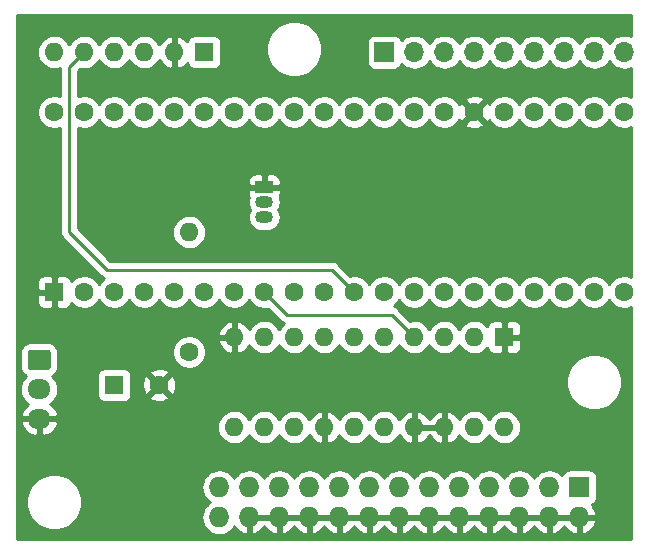
<source format=gbr>
G04 #@! TF.GenerationSoftware,KiCad,Pcbnew,5.1.4+dfsg1-1*
G04 #@! TF.CreationDate,2020-02-29T16:09:42-08:00*
G04 #@! TF.ProjectId,teensy_audio_player_kicad,7465656e-7379-45f6-9175-64696f5f706c,rev?*
G04 #@! TF.SameCoordinates,Original*
G04 #@! TF.FileFunction,Copper,L2,Bot*
G04 #@! TF.FilePolarity,Positive*
%FSLAX46Y46*%
G04 Gerber Fmt 4.6, Leading zero omitted, Abs format (unit mm)*
G04 Created by KiCad (PCBNEW 5.1.4+dfsg1-1) date 2020-02-29 16:09:42*
%MOMM*%
%LPD*%
G04 APERTURE LIST*
%ADD10O,1.600000X1.600000*%
%ADD11R,1.600000X1.600000*%
%ADD12C,1.600000*%
%ADD13R,1.500000X1.050000*%
%ADD14O,1.500000X1.050000*%
%ADD15O,1.727200X1.727200*%
%ADD16R,1.727200X1.727200*%
%ADD17C,0.100000*%
%ADD18C,1.700000*%
%ADD19O,1.950000X1.700000*%
%ADD20O,1.700000X1.700000*%
%ADD21R,1.700000X1.700000*%
%ADD22C,0.250000*%
%ADD23C,0.254000*%
G04 APERTURE END LIST*
D10*
X80010000Y-59690000D03*
X82550000Y-59690000D03*
X85090000Y-59690000D03*
X87630000Y-59690000D03*
X90170000Y-59690000D03*
D11*
X92710000Y-59690000D03*
D12*
X120650000Y-80010000D03*
X123190000Y-80010000D03*
X125730000Y-80010000D03*
X128270000Y-80010000D03*
X118110000Y-80010000D03*
X115570000Y-80010000D03*
X113030000Y-80010000D03*
X128270000Y-64770000D03*
X125730000Y-64770000D03*
X123190000Y-64770000D03*
X120650000Y-64770000D03*
X110490000Y-80010000D03*
X107950000Y-80010000D03*
X105410000Y-80010000D03*
X102870000Y-80010000D03*
X100330000Y-80010000D03*
X97790000Y-80010000D03*
X95250000Y-80010000D03*
X92710000Y-80010000D03*
X90170000Y-80010000D03*
X87630000Y-80010000D03*
X85090000Y-80010000D03*
X82550000Y-80010000D03*
D11*
X80010000Y-80010000D03*
D12*
X118110000Y-64770000D03*
X115570000Y-64770000D03*
X113030000Y-64770000D03*
X110490000Y-64770000D03*
X107950000Y-64770000D03*
X105410000Y-64770000D03*
X102870000Y-64770000D03*
X100330000Y-64770000D03*
X97790000Y-64770000D03*
X95250000Y-64770000D03*
X92710000Y-64770000D03*
X90170000Y-64770000D03*
X87630000Y-64770000D03*
X85090000Y-64770000D03*
X82550000Y-64770000D03*
X80010000Y-64770000D03*
D10*
X91440000Y-74930000D03*
D12*
X91440000Y-85090000D03*
D13*
X97790000Y-71120000D03*
D14*
X97790000Y-73660000D03*
X97790000Y-72390000D03*
D15*
X93980000Y-99060000D03*
X93980000Y-96520000D03*
X96520000Y-99060000D03*
X96520000Y-96520000D03*
X99060000Y-99060000D03*
X99060000Y-96520000D03*
X101600000Y-99060000D03*
X101600000Y-96520000D03*
X104140000Y-99060000D03*
X104140000Y-96520000D03*
X106680000Y-99060000D03*
X106680000Y-96520000D03*
X109220000Y-99060000D03*
X109220000Y-96520000D03*
X111760000Y-99060000D03*
X111760000Y-96520000D03*
X114300000Y-99060000D03*
X114300000Y-96520000D03*
X116840000Y-99060000D03*
X116840000Y-96520000D03*
X119380000Y-99060000D03*
X119380000Y-96520000D03*
X121920000Y-99060000D03*
X121920000Y-96520000D03*
X124460000Y-99060000D03*
D16*
X124460000Y-96520000D03*
D17*
G36*
X79489504Y-84876204D02*
G01*
X79513773Y-84879804D01*
X79537571Y-84885765D01*
X79560671Y-84894030D01*
X79582849Y-84904520D01*
X79603893Y-84917133D01*
X79623598Y-84931747D01*
X79641777Y-84948223D01*
X79658253Y-84966402D01*
X79672867Y-84986107D01*
X79685480Y-85007151D01*
X79695970Y-85029329D01*
X79704235Y-85052429D01*
X79710196Y-85076227D01*
X79713796Y-85100496D01*
X79715000Y-85125000D01*
X79715000Y-86325000D01*
X79713796Y-86349504D01*
X79710196Y-86373773D01*
X79704235Y-86397571D01*
X79695970Y-86420671D01*
X79685480Y-86442849D01*
X79672867Y-86463893D01*
X79658253Y-86483598D01*
X79641777Y-86501777D01*
X79623598Y-86518253D01*
X79603893Y-86532867D01*
X79582849Y-86545480D01*
X79560671Y-86555970D01*
X79537571Y-86564235D01*
X79513773Y-86570196D01*
X79489504Y-86573796D01*
X79465000Y-86575000D01*
X78015000Y-86575000D01*
X77990496Y-86573796D01*
X77966227Y-86570196D01*
X77942429Y-86564235D01*
X77919329Y-86555970D01*
X77897151Y-86545480D01*
X77876107Y-86532867D01*
X77856402Y-86518253D01*
X77838223Y-86501777D01*
X77821747Y-86483598D01*
X77807133Y-86463893D01*
X77794520Y-86442849D01*
X77784030Y-86420671D01*
X77775765Y-86397571D01*
X77769804Y-86373773D01*
X77766204Y-86349504D01*
X77765000Y-86325000D01*
X77765000Y-85125000D01*
X77766204Y-85100496D01*
X77769804Y-85076227D01*
X77775765Y-85052429D01*
X77784030Y-85029329D01*
X77794520Y-85007151D01*
X77807133Y-84986107D01*
X77821747Y-84966402D01*
X77838223Y-84948223D01*
X77856402Y-84931747D01*
X77876107Y-84917133D01*
X77897151Y-84904520D01*
X77919329Y-84894030D01*
X77942429Y-84885765D01*
X77966227Y-84879804D01*
X77990496Y-84876204D01*
X78015000Y-84875000D01*
X79465000Y-84875000D01*
X79489504Y-84876204D01*
X79489504Y-84876204D01*
G37*
D18*
X78740000Y-85725000D03*
D19*
X78740000Y-88225000D03*
X78740000Y-90725000D03*
D11*
X118110000Y-83820000D03*
D10*
X95250000Y-91440000D03*
X115570000Y-83820000D03*
X97790000Y-91440000D03*
X113030000Y-83820000D03*
X100330000Y-91440000D03*
X110490000Y-83820000D03*
X102870000Y-91440000D03*
X107950000Y-83820000D03*
X105410000Y-91440000D03*
X105410000Y-83820000D03*
X107950000Y-91440000D03*
X102870000Y-83820000D03*
X110490000Y-91440000D03*
X100330000Y-83820000D03*
X113030000Y-91440000D03*
X97790000Y-83820000D03*
X115570000Y-91440000D03*
X95250000Y-83820000D03*
X118110000Y-91440000D03*
D11*
X85090000Y-87884000D03*
D12*
X88890000Y-87884000D03*
D20*
X128270000Y-59690000D03*
X125730000Y-59690000D03*
X123190000Y-59690000D03*
X120650000Y-59690000D03*
X118110000Y-59690000D03*
X115570000Y-59690000D03*
X113030000Y-59690000D03*
X110490000Y-59690000D03*
D21*
X107950000Y-59690000D03*
D22*
X81280000Y-60960000D02*
X81280000Y-74930000D01*
X82550000Y-59690000D02*
X81280000Y-60960000D01*
X103505000Y-78105000D02*
X105410000Y-80010000D01*
X81280000Y-74930000D02*
X84455000Y-78105000D01*
X84455000Y-78105000D02*
X103505000Y-78105000D01*
X108585000Y-81915000D02*
X110490000Y-83820000D01*
X97790000Y-80010000D02*
X99695000Y-81915000D01*
X99695000Y-81915000D02*
X108585000Y-81915000D01*
D23*
G36*
X128880000Y-58332229D02*
G01*
X128841034Y-58311401D01*
X128561111Y-58226487D01*
X128342950Y-58205000D01*
X128197050Y-58205000D01*
X127978889Y-58226487D01*
X127698966Y-58311401D01*
X127440986Y-58449294D01*
X127214866Y-58634866D01*
X127029294Y-58860986D01*
X127000000Y-58915791D01*
X126970706Y-58860986D01*
X126785134Y-58634866D01*
X126559014Y-58449294D01*
X126301034Y-58311401D01*
X126021111Y-58226487D01*
X125802950Y-58205000D01*
X125657050Y-58205000D01*
X125438889Y-58226487D01*
X125158966Y-58311401D01*
X124900986Y-58449294D01*
X124674866Y-58634866D01*
X124489294Y-58860986D01*
X124460000Y-58915791D01*
X124430706Y-58860986D01*
X124245134Y-58634866D01*
X124019014Y-58449294D01*
X123761034Y-58311401D01*
X123481111Y-58226487D01*
X123262950Y-58205000D01*
X123117050Y-58205000D01*
X122898889Y-58226487D01*
X122618966Y-58311401D01*
X122360986Y-58449294D01*
X122134866Y-58634866D01*
X121949294Y-58860986D01*
X121920000Y-58915791D01*
X121890706Y-58860986D01*
X121705134Y-58634866D01*
X121479014Y-58449294D01*
X121221034Y-58311401D01*
X120941111Y-58226487D01*
X120722950Y-58205000D01*
X120577050Y-58205000D01*
X120358889Y-58226487D01*
X120078966Y-58311401D01*
X119820986Y-58449294D01*
X119594866Y-58634866D01*
X119409294Y-58860986D01*
X119380000Y-58915791D01*
X119350706Y-58860986D01*
X119165134Y-58634866D01*
X118939014Y-58449294D01*
X118681034Y-58311401D01*
X118401111Y-58226487D01*
X118182950Y-58205000D01*
X118037050Y-58205000D01*
X117818889Y-58226487D01*
X117538966Y-58311401D01*
X117280986Y-58449294D01*
X117054866Y-58634866D01*
X116869294Y-58860986D01*
X116840000Y-58915791D01*
X116810706Y-58860986D01*
X116625134Y-58634866D01*
X116399014Y-58449294D01*
X116141034Y-58311401D01*
X115861111Y-58226487D01*
X115642950Y-58205000D01*
X115497050Y-58205000D01*
X115278889Y-58226487D01*
X114998966Y-58311401D01*
X114740986Y-58449294D01*
X114514866Y-58634866D01*
X114329294Y-58860986D01*
X114300000Y-58915791D01*
X114270706Y-58860986D01*
X114085134Y-58634866D01*
X113859014Y-58449294D01*
X113601034Y-58311401D01*
X113321111Y-58226487D01*
X113102950Y-58205000D01*
X112957050Y-58205000D01*
X112738889Y-58226487D01*
X112458966Y-58311401D01*
X112200986Y-58449294D01*
X111974866Y-58634866D01*
X111789294Y-58860986D01*
X111760000Y-58915791D01*
X111730706Y-58860986D01*
X111545134Y-58634866D01*
X111319014Y-58449294D01*
X111061034Y-58311401D01*
X110781111Y-58226487D01*
X110562950Y-58205000D01*
X110417050Y-58205000D01*
X110198889Y-58226487D01*
X109918966Y-58311401D01*
X109660986Y-58449294D01*
X109434866Y-58634866D01*
X109410393Y-58664687D01*
X109389502Y-58595820D01*
X109330537Y-58485506D01*
X109251185Y-58388815D01*
X109154494Y-58309463D01*
X109044180Y-58250498D01*
X108924482Y-58214188D01*
X108800000Y-58201928D01*
X107100000Y-58201928D01*
X106975518Y-58214188D01*
X106855820Y-58250498D01*
X106745506Y-58309463D01*
X106648815Y-58388815D01*
X106569463Y-58485506D01*
X106510498Y-58595820D01*
X106474188Y-58715518D01*
X106461928Y-58840000D01*
X106461928Y-60540000D01*
X106474188Y-60664482D01*
X106510498Y-60784180D01*
X106569463Y-60894494D01*
X106648815Y-60991185D01*
X106745506Y-61070537D01*
X106855820Y-61129502D01*
X106975518Y-61165812D01*
X107100000Y-61178072D01*
X108800000Y-61178072D01*
X108924482Y-61165812D01*
X109044180Y-61129502D01*
X109154494Y-61070537D01*
X109251185Y-60991185D01*
X109330537Y-60894494D01*
X109389502Y-60784180D01*
X109410393Y-60715313D01*
X109434866Y-60745134D01*
X109660986Y-60930706D01*
X109918966Y-61068599D01*
X110198889Y-61153513D01*
X110417050Y-61175000D01*
X110562950Y-61175000D01*
X110781111Y-61153513D01*
X111061034Y-61068599D01*
X111319014Y-60930706D01*
X111545134Y-60745134D01*
X111730706Y-60519014D01*
X111760000Y-60464209D01*
X111789294Y-60519014D01*
X111974866Y-60745134D01*
X112200986Y-60930706D01*
X112458966Y-61068599D01*
X112738889Y-61153513D01*
X112957050Y-61175000D01*
X113102950Y-61175000D01*
X113321111Y-61153513D01*
X113601034Y-61068599D01*
X113859014Y-60930706D01*
X114085134Y-60745134D01*
X114270706Y-60519014D01*
X114300000Y-60464209D01*
X114329294Y-60519014D01*
X114514866Y-60745134D01*
X114740986Y-60930706D01*
X114998966Y-61068599D01*
X115278889Y-61153513D01*
X115497050Y-61175000D01*
X115642950Y-61175000D01*
X115861111Y-61153513D01*
X116141034Y-61068599D01*
X116399014Y-60930706D01*
X116625134Y-60745134D01*
X116810706Y-60519014D01*
X116840000Y-60464209D01*
X116869294Y-60519014D01*
X117054866Y-60745134D01*
X117280986Y-60930706D01*
X117538966Y-61068599D01*
X117818889Y-61153513D01*
X118037050Y-61175000D01*
X118182950Y-61175000D01*
X118401111Y-61153513D01*
X118681034Y-61068599D01*
X118939014Y-60930706D01*
X119165134Y-60745134D01*
X119350706Y-60519014D01*
X119380000Y-60464209D01*
X119409294Y-60519014D01*
X119594866Y-60745134D01*
X119820986Y-60930706D01*
X120078966Y-61068599D01*
X120358889Y-61153513D01*
X120577050Y-61175000D01*
X120722950Y-61175000D01*
X120941111Y-61153513D01*
X121221034Y-61068599D01*
X121479014Y-60930706D01*
X121705134Y-60745134D01*
X121890706Y-60519014D01*
X121920000Y-60464209D01*
X121949294Y-60519014D01*
X122134866Y-60745134D01*
X122360986Y-60930706D01*
X122618966Y-61068599D01*
X122898889Y-61153513D01*
X123117050Y-61175000D01*
X123262950Y-61175000D01*
X123481111Y-61153513D01*
X123761034Y-61068599D01*
X124019014Y-60930706D01*
X124245134Y-60745134D01*
X124430706Y-60519014D01*
X124460000Y-60464209D01*
X124489294Y-60519014D01*
X124674866Y-60745134D01*
X124900986Y-60930706D01*
X125158966Y-61068599D01*
X125438889Y-61153513D01*
X125657050Y-61175000D01*
X125802950Y-61175000D01*
X126021111Y-61153513D01*
X126301034Y-61068599D01*
X126559014Y-60930706D01*
X126785134Y-60745134D01*
X126970706Y-60519014D01*
X127000000Y-60464209D01*
X127029294Y-60519014D01*
X127214866Y-60745134D01*
X127440986Y-60930706D01*
X127698966Y-61068599D01*
X127978889Y-61153513D01*
X128197050Y-61175000D01*
X128342950Y-61175000D01*
X128561111Y-61153513D01*
X128841034Y-61068599D01*
X128880000Y-61047771D01*
X128880000Y-63469438D01*
X128688574Y-63390147D01*
X128411335Y-63335000D01*
X128128665Y-63335000D01*
X127851426Y-63390147D01*
X127590273Y-63498320D01*
X127355241Y-63655363D01*
X127155363Y-63855241D01*
X127000000Y-64087759D01*
X126844637Y-63855241D01*
X126644759Y-63655363D01*
X126409727Y-63498320D01*
X126148574Y-63390147D01*
X125871335Y-63335000D01*
X125588665Y-63335000D01*
X125311426Y-63390147D01*
X125050273Y-63498320D01*
X124815241Y-63655363D01*
X124615363Y-63855241D01*
X124460000Y-64087759D01*
X124304637Y-63855241D01*
X124104759Y-63655363D01*
X123869727Y-63498320D01*
X123608574Y-63390147D01*
X123331335Y-63335000D01*
X123048665Y-63335000D01*
X122771426Y-63390147D01*
X122510273Y-63498320D01*
X122275241Y-63655363D01*
X122075363Y-63855241D01*
X121920000Y-64087759D01*
X121764637Y-63855241D01*
X121564759Y-63655363D01*
X121329727Y-63498320D01*
X121068574Y-63390147D01*
X120791335Y-63335000D01*
X120508665Y-63335000D01*
X120231426Y-63390147D01*
X119970273Y-63498320D01*
X119735241Y-63655363D01*
X119535363Y-63855241D01*
X119380000Y-64087759D01*
X119224637Y-63855241D01*
X119024759Y-63655363D01*
X118789727Y-63498320D01*
X118528574Y-63390147D01*
X118251335Y-63335000D01*
X117968665Y-63335000D01*
X117691426Y-63390147D01*
X117430273Y-63498320D01*
X117195241Y-63655363D01*
X116995363Y-63855241D01*
X116839085Y-64089128D01*
X116806671Y-64028486D01*
X116562702Y-63956903D01*
X115749605Y-64770000D01*
X116562702Y-65583097D01*
X116806671Y-65511514D01*
X116837194Y-65447008D01*
X116838320Y-65449727D01*
X116995363Y-65684759D01*
X117195241Y-65884637D01*
X117430273Y-66041680D01*
X117691426Y-66149853D01*
X117968665Y-66205000D01*
X118251335Y-66205000D01*
X118528574Y-66149853D01*
X118789727Y-66041680D01*
X119024759Y-65884637D01*
X119224637Y-65684759D01*
X119380000Y-65452241D01*
X119535363Y-65684759D01*
X119735241Y-65884637D01*
X119970273Y-66041680D01*
X120231426Y-66149853D01*
X120508665Y-66205000D01*
X120791335Y-66205000D01*
X121068574Y-66149853D01*
X121329727Y-66041680D01*
X121564759Y-65884637D01*
X121764637Y-65684759D01*
X121920000Y-65452241D01*
X122075363Y-65684759D01*
X122275241Y-65884637D01*
X122510273Y-66041680D01*
X122771426Y-66149853D01*
X123048665Y-66205000D01*
X123331335Y-66205000D01*
X123608574Y-66149853D01*
X123869727Y-66041680D01*
X124104759Y-65884637D01*
X124304637Y-65684759D01*
X124460000Y-65452241D01*
X124615363Y-65684759D01*
X124815241Y-65884637D01*
X125050273Y-66041680D01*
X125311426Y-66149853D01*
X125588665Y-66205000D01*
X125871335Y-66205000D01*
X126148574Y-66149853D01*
X126409727Y-66041680D01*
X126644759Y-65884637D01*
X126844637Y-65684759D01*
X127000000Y-65452241D01*
X127155363Y-65684759D01*
X127355241Y-65884637D01*
X127590273Y-66041680D01*
X127851426Y-66149853D01*
X128128665Y-66205000D01*
X128411335Y-66205000D01*
X128688574Y-66149853D01*
X128880000Y-66070562D01*
X128880000Y-78709438D01*
X128688574Y-78630147D01*
X128411335Y-78575000D01*
X128128665Y-78575000D01*
X127851426Y-78630147D01*
X127590273Y-78738320D01*
X127355241Y-78895363D01*
X127155363Y-79095241D01*
X127000000Y-79327759D01*
X126844637Y-79095241D01*
X126644759Y-78895363D01*
X126409727Y-78738320D01*
X126148574Y-78630147D01*
X125871335Y-78575000D01*
X125588665Y-78575000D01*
X125311426Y-78630147D01*
X125050273Y-78738320D01*
X124815241Y-78895363D01*
X124615363Y-79095241D01*
X124460000Y-79327759D01*
X124304637Y-79095241D01*
X124104759Y-78895363D01*
X123869727Y-78738320D01*
X123608574Y-78630147D01*
X123331335Y-78575000D01*
X123048665Y-78575000D01*
X122771426Y-78630147D01*
X122510273Y-78738320D01*
X122275241Y-78895363D01*
X122075363Y-79095241D01*
X121920000Y-79327759D01*
X121764637Y-79095241D01*
X121564759Y-78895363D01*
X121329727Y-78738320D01*
X121068574Y-78630147D01*
X120791335Y-78575000D01*
X120508665Y-78575000D01*
X120231426Y-78630147D01*
X119970273Y-78738320D01*
X119735241Y-78895363D01*
X119535363Y-79095241D01*
X119380000Y-79327759D01*
X119224637Y-79095241D01*
X119024759Y-78895363D01*
X118789727Y-78738320D01*
X118528574Y-78630147D01*
X118251335Y-78575000D01*
X117968665Y-78575000D01*
X117691426Y-78630147D01*
X117430273Y-78738320D01*
X117195241Y-78895363D01*
X116995363Y-79095241D01*
X116840000Y-79327759D01*
X116684637Y-79095241D01*
X116484759Y-78895363D01*
X116249727Y-78738320D01*
X115988574Y-78630147D01*
X115711335Y-78575000D01*
X115428665Y-78575000D01*
X115151426Y-78630147D01*
X114890273Y-78738320D01*
X114655241Y-78895363D01*
X114455363Y-79095241D01*
X114300000Y-79327759D01*
X114144637Y-79095241D01*
X113944759Y-78895363D01*
X113709727Y-78738320D01*
X113448574Y-78630147D01*
X113171335Y-78575000D01*
X112888665Y-78575000D01*
X112611426Y-78630147D01*
X112350273Y-78738320D01*
X112115241Y-78895363D01*
X111915363Y-79095241D01*
X111760000Y-79327759D01*
X111604637Y-79095241D01*
X111404759Y-78895363D01*
X111169727Y-78738320D01*
X110908574Y-78630147D01*
X110631335Y-78575000D01*
X110348665Y-78575000D01*
X110071426Y-78630147D01*
X109810273Y-78738320D01*
X109575241Y-78895363D01*
X109375363Y-79095241D01*
X109220000Y-79327759D01*
X109064637Y-79095241D01*
X108864759Y-78895363D01*
X108629727Y-78738320D01*
X108368574Y-78630147D01*
X108091335Y-78575000D01*
X107808665Y-78575000D01*
X107531426Y-78630147D01*
X107270273Y-78738320D01*
X107035241Y-78895363D01*
X106835363Y-79095241D01*
X106680000Y-79327759D01*
X106524637Y-79095241D01*
X106324759Y-78895363D01*
X106089727Y-78738320D01*
X105828574Y-78630147D01*
X105551335Y-78575000D01*
X105268665Y-78575000D01*
X105086114Y-78611312D01*
X104068804Y-77594003D01*
X104045001Y-77564999D01*
X103929276Y-77470026D01*
X103797247Y-77399454D01*
X103653986Y-77355997D01*
X103542333Y-77345000D01*
X103542322Y-77345000D01*
X103505000Y-77341324D01*
X103467678Y-77345000D01*
X84769802Y-77345000D01*
X82354802Y-74930000D01*
X89998057Y-74930000D01*
X90025764Y-75211309D01*
X90107818Y-75481808D01*
X90241068Y-75731101D01*
X90420392Y-75949608D01*
X90638899Y-76128932D01*
X90888192Y-76262182D01*
X91158691Y-76344236D01*
X91369508Y-76365000D01*
X91510492Y-76365000D01*
X91721309Y-76344236D01*
X91991808Y-76262182D01*
X92241101Y-76128932D01*
X92459608Y-75949608D01*
X92638932Y-75731101D01*
X92772182Y-75481808D01*
X92854236Y-75211309D01*
X92881943Y-74930000D01*
X92854236Y-74648691D01*
X92772182Y-74378192D01*
X92638932Y-74128899D01*
X92459608Y-73910392D01*
X92241101Y-73731068D01*
X91991808Y-73597818D01*
X91721309Y-73515764D01*
X91510492Y-73495000D01*
X91369508Y-73495000D01*
X91158691Y-73515764D01*
X90888192Y-73597818D01*
X90638899Y-73731068D01*
X90420392Y-73910392D01*
X90241068Y-74128899D01*
X90107818Y-74378192D01*
X90025764Y-74648691D01*
X89998057Y-74930000D01*
X82354802Y-74930000D01*
X82040000Y-74615199D01*
X82040000Y-72390000D01*
X96399388Y-72390000D01*
X96421785Y-72617400D01*
X96488115Y-72836060D01*
X96589105Y-73025000D01*
X96488115Y-73213940D01*
X96421785Y-73432600D01*
X96399388Y-73660000D01*
X96421785Y-73887400D01*
X96488115Y-74106060D01*
X96595829Y-74307579D01*
X96740788Y-74484212D01*
X96917421Y-74629171D01*
X97118940Y-74736885D01*
X97337600Y-74803215D01*
X97508021Y-74820000D01*
X98071979Y-74820000D01*
X98242400Y-74803215D01*
X98461060Y-74736885D01*
X98662579Y-74629171D01*
X98839212Y-74484212D01*
X98984171Y-74307579D01*
X99091885Y-74106060D01*
X99158215Y-73887400D01*
X99180612Y-73660000D01*
X99158215Y-73432600D01*
X99091885Y-73213940D01*
X98990895Y-73025000D01*
X99091885Y-72836060D01*
X99158215Y-72617400D01*
X99180612Y-72390000D01*
X99158215Y-72162600D01*
X99094907Y-71953902D01*
X99129502Y-71889180D01*
X99165812Y-71769482D01*
X99178072Y-71645000D01*
X99175000Y-71405750D01*
X99016250Y-71247000D01*
X98243109Y-71247000D01*
X98242400Y-71246785D01*
X98071979Y-71230000D01*
X97508021Y-71230000D01*
X97337600Y-71246785D01*
X97336891Y-71247000D01*
X96563750Y-71247000D01*
X96405000Y-71405750D01*
X96401928Y-71645000D01*
X96414188Y-71769482D01*
X96450498Y-71889180D01*
X96485093Y-71953902D01*
X96421785Y-72162600D01*
X96399388Y-72390000D01*
X82040000Y-72390000D01*
X82040000Y-70595000D01*
X96401928Y-70595000D01*
X96405000Y-70834250D01*
X96563750Y-70993000D01*
X97663000Y-70993000D01*
X97663000Y-70118750D01*
X97917000Y-70118750D01*
X97917000Y-70993000D01*
X99016250Y-70993000D01*
X99175000Y-70834250D01*
X99178072Y-70595000D01*
X99165812Y-70470518D01*
X99129502Y-70350820D01*
X99070537Y-70240506D01*
X98991185Y-70143815D01*
X98894494Y-70064463D01*
X98784180Y-70005498D01*
X98664482Y-69969188D01*
X98540000Y-69956928D01*
X98075750Y-69960000D01*
X97917000Y-70118750D01*
X97663000Y-70118750D01*
X97504250Y-69960000D01*
X97040000Y-69956928D01*
X96915518Y-69969188D01*
X96795820Y-70005498D01*
X96685506Y-70064463D01*
X96588815Y-70143815D01*
X96509463Y-70240506D01*
X96450498Y-70350820D01*
X96414188Y-70470518D01*
X96401928Y-70595000D01*
X82040000Y-70595000D01*
X82040000Y-66111983D01*
X82131426Y-66149853D01*
X82408665Y-66205000D01*
X82691335Y-66205000D01*
X82968574Y-66149853D01*
X83229727Y-66041680D01*
X83464759Y-65884637D01*
X83664637Y-65684759D01*
X83820000Y-65452241D01*
X83975363Y-65684759D01*
X84175241Y-65884637D01*
X84410273Y-66041680D01*
X84671426Y-66149853D01*
X84948665Y-66205000D01*
X85231335Y-66205000D01*
X85508574Y-66149853D01*
X85769727Y-66041680D01*
X86004759Y-65884637D01*
X86204637Y-65684759D01*
X86360000Y-65452241D01*
X86515363Y-65684759D01*
X86715241Y-65884637D01*
X86950273Y-66041680D01*
X87211426Y-66149853D01*
X87488665Y-66205000D01*
X87771335Y-66205000D01*
X88048574Y-66149853D01*
X88309727Y-66041680D01*
X88544759Y-65884637D01*
X88744637Y-65684759D01*
X88900000Y-65452241D01*
X89055363Y-65684759D01*
X89255241Y-65884637D01*
X89490273Y-66041680D01*
X89751426Y-66149853D01*
X90028665Y-66205000D01*
X90311335Y-66205000D01*
X90588574Y-66149853D01*
X90849727Y-66041680D01*
X91084759Y-65884637D01*
X91284637Y-65684759D01*
X91440000Y-65452241D01*
X91595363Y-65684759D01*
X91795241Y-65884637D01*
X92030273Y-66041680D01*
X92291426Y-66149853D01*
X92568665Y-66205000D01*
X92851335Y-66205000D01*
X93128574Y-66149853D01*
X93389727Y-66041680D01*
X93624759Y-65884637D01*
X93824637Y-65684759D01*
X93980000Y-65452241D01*
X94135363Y-65684759D01*
X94335241Y-65884637D01*
X94570273Y-66041680D01*
X94831426Y-66149853D01*
X95108665Y-66205000D01*
X95391335Y-66205000D01*
X95668574Y-66149853D01*
X95929727Y-66041680D01*
X96164759Y-65884637D01*
X96364637Y-65684759D01*
X96520000Y-65452241D01*
X96675363Y-65684759D01*
X96875241Y-65884637D01*
X97110273Y-66041680D01*
X97371426Y-66149853D01*
X97648665Y-66205000D01*
X97931335Y-66205000D01*
X98208574Y-66149853D01*
X98469727Y-66041680D01*
X98704759Y-65884637D01*
X98904637Y-65684759D01*
X99060000Y-65452241D01*
X99215363Y-65684759D01*
X99415241Y-65884637D01*
X99650273Y-66041680D01*
X99911426Y-66149853D01*
X100188665Y-66205000D01*
X100471335Y-66205000D01*
X100748574Y-66149853D01*
X101009727Y-66041680D01*
X101244759Y-65884637D01*
X101444637Y-65684759D01*
X101600000Y-65452241D01*
X101755363Y-65684759D01*
X101955241Y-65884637D01*
X102190273Y-66041680D01*
X102451426Y-66149853D01*
X102728665Y-66205000D01*
X103011335Y-66205000D01*
X103288574Y-66149853D01*
X103549727Y-66041680D01*
X103784759Y-65884637D01*
X103984637Y-65684759D01*
X104140000Y-65452241D01*
X104295363Y-65684759D01*
X104495241Y-65884637D01*
X104730273Y-66041680D01*
X104991426Y-66149853D01*
X105268665Y-66205000D01*
X105551335Y-66205000D01*
X105828574Y-66149853D01*
X106089727Y-66041680D01*
X106324759Y-65884637D01*
X106524637Y-65684759D01*
X106680000Y-65452241D01*
X106835363Y-65684759D01*
X107035241Y-65884637D01*
X107270273Y-66041680D01*
X107531426Y-66149853D01*
X107808665Y-66205000D01*
X108091335Y-66205000D01*
X108368574Y-66149853D01*
X108629727Y-66041680D01*
X108864759Y-65884637D01*
X109064637Y-65684759D01*
X109220000Y-65452241D01*
X109375363Y-65684759D01*
X109575241Y-65884637D01*
X109810273Y-66041680D01*
X110071426Y-66149853D01*
X110348665Y-66205000D01*
X110631335Y-66205000D01*
X110908574Y-66149853D01*
X111169727Y-66041680D01*
X111404759Y-65884637D01*
X111604637Y-65684759D01*
X111760000Y-65452241D01*
X111915363Y-65684759D01*
X112115241Y-65884637D01*
X112350273Y-66041680D01*
X112611426Y-66149853D01*
X112888665Y-66205000D01*
X113171335Y-66205000D01*
X113448574Y-66149853D01*
X113709727Y-66041680D01*
X113944759Y-65884637D01*
X114066694Y-65762702D01*
X114756903Y-65762702D01*
X114828486Y-66006671D01*
X115083996Y-66127571D01*
X115358184Y-66196300D01*
X115640512Y-66210217D01*
X115920130Y-66168787D01*
X116186292Y-66073603D01*
X116311514Y-66006671D01*
X116383097Y-65762702D01*
X115570000Y-64949605D01*
X114756903Y-65762702D01*
X114066694Y-65762702D01*
X114144637Y-65684759D01*
X114300915Y-65450872D01*
X114333329Y-65511514D01*
X114577298Y-65583097D01*
X115390395Y-64770000D01*
X114577298Y-63956903D01*
X114333329Y-64028486D01*
X114302806Y-64092992D01*
X114301680Y-64090273D01*
X114144637Y-63855241D01*
X114066694Y-63777298D01*
X114756903Y-63777298D01*
X115570000Y-64590395D01*
X116383097Y-63777298D01*
X116311514Y-63533329D01*
X116056004Y-63412429D01*
X115781816Y-63343700D01*
X115499488Y-63329783D01*
X115219870Y-63371213D01*
X114953708Y-63466397D01*
X114828486Y-63533329D01*
X114756903Y-63777298D01*
X114066694Y-63777298D01*
X113944759Y-63655363D01*
X113709727Y-63498320D01*
X113448574Y-63390147D01*
X113171335Y-63335000D01*
X112888665Y-63335000D01*
X112611426Y-63390147D01*
X112350273Y-63498320D01*
X112115241Y-63655363D01*
X111915363Y-63855241D01*
X111760000Y-64087759D01*
X111604637Y-63855241D01*
X111404759Y-63655363D01*
X111169727Y-63498320D01*
X110908574Y-63390147D01*
X110631335Y-63335000D01*
X110348665Y-63335000D01*
X110071426Y-63390147D01*
X109810273Y-63498320D01*
X109575241Y-63655363D01*
X109375363Y-63855241D01*
X109220000Y-64087759D01*
X109064637Y-63855241D01*
X108864759Y-63655363D01*
X108629727Y-63498320D01*
X108368574Y-63390147D01*
X108091335Y-63335000D01*
X107808665Y-63335000D01*
X107531426Y-63390147D01*
X107270273Y-63498320D01*
X107035241Y-63655363D01*
X106835363Y-63855241D01*
X106680000Y-64087759D01*
X106524637Y-63855241D01*
X106324759Y-63655363D01*
X106089727Y-63498320D01*
X105828574Y-63390147D01*
X105551335Y-63335000D01*
X105268665Y-63335000D01*
X104991426Y-63390147D01*
X104730273Y-63498320D01*
X104495241Y-63655363D01*
X104295363Y-63855241D01*
X104140000Y-64087759D01*
X103984637Y-63855241D01*
X103784759Y-63655363D01*
X103549727Y-63498320D01*
X103288574Y-63390147D01*
X103011335Y-63335000D01*
X102728665Y-63335000D01*
X102451426Y-63390147D01*
X102190273Y-63498320D01*
X101955241Y-63655363D01*
X101755363Y-63855241D01*
X101600000Y-64087759D01*
X101444637Y-63855241D01*
X101244759Y-63655363D01*
X101009727Y-63498320D01*
X100748574Y-63390147D01*
X100471335Y-63335000D01*
X100188665Y-63335000D01*
X99911426Y-63390147D01*
X99650273Y-63498320D01*
X99415241Y-63655363D01*
X99215363Y-63855241D01*
X99060000Y-64087759D01*
X98904637Y-63855241D01*
X98704759Y-63655363D01*
X98469727Y-63498320D01*
X98208574Y-63390147D01*
X97931335Y-63335000D01*
X97648665Y-63335000D01*
X97371426Y-63390147D01*
X97110273Y-63498320D01*
X96875241Y-63655363D01*
X96675363Y-63855241D01*
X96520000Y-64087759D01*
X96364637Y-63855241D01*
X96164759Y-63655363D01*
X95929727Y-63498320D01*
X95668574Y-63390147D01*
X95391335Y-63335000D01*
X95108665Y-63335000D01*
X94831426Y-63390147D01*
X94570273Y-63498320D01*
X94335241Y-63655363D01*
X94135363Y-63855241D01*
X93980000Y-64087759D01*
X93824637Y-63855241D01*
X93624759Y-63655363D01*
X93389727Y-63498320D01*
X93128574Y-63390147D01*
X92851335Y-63335000D01*
X92568665Y-63335000D01*
X92291426Y-63390147D01*
X92030273Y-63498320D01*
X91795241Y-63655363D01*
X91595363Y-63855241D01*
X91440000Y-64087759D01*
X91284637Y-63855241D01*
X91084759Y-63655363D01*
X90849727Y-63498320D01*
X90588574Y-63390147D01*
X90311335Y-63335000D01*
X90028665Y-63335000D01*
X89751426Y-63390147D01*
X89490273Y-63498320D01*
X89255241Y-63655363D01*
X89055363Y-63855241D01*
X88900000Y-64087759D01*
X88744637Y-63855241D01*
X88544759Y-63655363D01*
X88309727Y-63498320D01*
X88048574Y-63390147D01*
X87771335Y-63335000D01*
X87488665Y-63335000D01*
X87211426Y-63390147D01*
X86950273Y-63498320D01*
X86715241Y-63655363D01*
X86515363Y-63855241D01*
X86360000Y-64087759D01*
X86204637Y-63855241D01*
X86004759Y-63655363D01*
X85769727Y-63498320D01*
X85508574Y-63390147D01*
X85231335Y-63335000D01*
X84948665Y-63335000D01*
X84671426Y-63390147D01*
X84410273Y-63498320D01*
X84175241Y-63655363D01*
X83975363Y-63855241D01*
X83820000Y-64087759D01*
X83664637Y-63855241D01*
X83464759Y-63655363D01*
X83229727Y-63498320D01*
X82968574Y-63390147D01*
X82691335Y-63335000D01*
X82408665Y-63335000D01*
X82131426Y-63390147D01*
X82040000Y-63428017D01*
X82040000Y-61274801D01*
X82224094Y-61090708D01*
X82268691Y-61104236D01*
X82479508Y-61125000D01*
X82620492Y-61125000D01*
X82831309Y-61104236D01*
X83101808Y-61022182D01*
X83351101Y-60888932D01*
X83569608Y-60709608D01*
X83748932Y-60491101D01*
X83820000Y-60358142D01*
X83891068Y-60491101D01*
X84070392Y-60709608D01*
X84288899Y-60888932D01*
X84538192Y-61022182D01*
X84808691Y-61104236D01*
X85019508Y-61125000D01*
X85160492Y-61125000D01*
X85371309Y-61104236D01*
X85641808Y-61022182D01*
X85891101Y-60888932D01*
X86109608Y-60709608D01*
X86288932Y-60491101D01*
X86360000Y-60358142D01*
X86431068Y-60491101D01*
X86610392Y-60709608D01*
X86828899Y-60888932D01*
X87078192Y-61022182D01*
X87348691Y-61104236D01*
X87559508Y-61125000D01*
X87700492Y-61125000D01*
X87911309Y-61104236D01*
X88181808Y-61022182D01*
X88431101Y-60888932D01*
X88649608Y-60709608D01*
X88828932Y-60491101D01*
X88902579Y-60353318D01*
X89017615Y-60545131D01*
X89206586Y-60753519D01*
X89432580Y-60921037D01*
X89686913Y-61041246D01*
X89820961Y-61081904D01*
X90043000Y-60959915D01*
X90043000Y-59817000D01*
X90023000Y-59817000D01*
X90023000Y-59563000D01*
X90043000Y-59563000D01*
X90043000Y-58420085D01*
X90297000Y-58420085D01*
X90297000Y-59563000D01*
X90317000Y-59563000D01*
X90317000Y-59817000D01*
X90297000Y-59817000D01*
X90297000Y-60959915D01*
X90519039Y-61081904D01*
X90653087Y-61041246D01*
X90907420Y-60921037D01*
X91133414Y-60753519D01*
X91281769Y-60589920D01*
X91284188Y-60614482D01*
X91320498Y-60734180D01*
X91379463Y-60844494D01*
X91458815Y-60941185D01*
X91555506Y-61020537D01*
X91665820Y-61079502D01*
X91785518Y-61115812D01*
X91910000Y-61128072D01*
X93510000Y-61128072D01*
X93634482Y-61115812D01*
X93754180Y-61079502D01*
X93864494Y-61020537D01*
X93961185Y-60941185D01*
X94040537Y-60844494D01*
X94099502Y-60734180D01*
X94135812Y-60614482D01*
X94148072Y-60490000D01*
X94148072Y-59201098D01*
X97945000Y-59201098D01*
X97945000Y-59670902D01*
X98036654Y-60131679D01*
X98216440Y-60565721D01*
X98477450Y-60956349D01*
X98809651Y-61288550D01*
X99200279Y-61549560D01*
X99634321Y-61729346D01*
X100095098Y-61821000D01*
X100564902Y-61821000D01*
X101025679Y-61729346D01*
X101459721Y-61549560D01*
X101850349Y-61288550D01*
X102182550Y-60956349D01*
X102443560Y-60565721D01*
X102623346Y-60131679D01*
X102715000Y-59670902D01*
X102715000Y-59201098D01*
X102623346Y-58740321D01*
X102443560Y-58306279D01*
X102182550Y-57915651D01*
X101850349Y-57583450D01*
X101459721Y-57322440D01*
X101025679Y-57142654D01*
X100564902Y-57051000D01*
X100095098Y-57051000D01*
X99634321Y-57142654D01*
X99200279Y-57322440D01*
X98809651Y-57583450D01*
X98477450Y-57915651D01*
X98216440Y-58306279D01*
X98036654Y-58740321D01*
X97945000Y-59201098D01*
X94148072Y-59201098D01*
X94148072Y-58890000D01*
X94135812Y-58765518D01*
X94099502Y-58645820D01*
X94040537Y-58535506D01*
X93961185Y-58438815D01*
X93864494Y-58359463D01*
X93754180Y-58300498D01*
X93634482Y-58264188D01*
X93510000Y-58251928D01*
X91910000Y-58251928D01*
X91785518Y-58264188D01*
X91665820Y-58300498D01*
X91555506Y-58359463D01*
X91458815Y-58438815D01*
X91379463Y-58535506D01*
X91320498Y-58645820D01*
X91284188Y-58765518D01*
X91281769Y-58790080D01*
X91133414Y-58626481D01*
X90907420Y-58458963D01*
X90653087Y-58338754D01*
X90519039Y-58298096D01*
X90297000Y-58420085D01*
X90043000Y-58420085D01*
X89820961Y-58298096D01*
X89686913Y-58338754D01*
X89432580Y-58458963D01*
X89206586Y-58626481D01*
X89017615Y-58834869D01*
X88902579Y-59026682D01*
X88828932Y-58888899D01*
X88649608Y-58670392D01*
X88431101Y-58491068D01*
X88181808Y-58357818D01*
X87911309Y-58275764D01*
X87700492Y-58255000D01*
X87559508Y-58255000D01*
X87348691Y-58275764D01*
X87078192Y-58357818D01*
X86828899Y-58491068D01*
X86610392Y-58670392D01*
X86431068Y-58888899D01*
X86360000Y-59021858D01*
X86288932Y-58888899D01*
X86109608Y-58670392D01*
X85891101Y-58491068D01*
X85641808Y-58357818D01*
X85371309Y-58275764D01*
X85160492Y-58255000D01*
X85019508Y-58255000D01*
X84808691Y-58275764D01*
X84538192Y-58357818D01*
X84288899Y-58491068D01*
X84070392Y-58670392D01*
X83891068Y-58888899D01*
X83820000Y-59021858D01*
X83748932Y-58888899D01*
X83569608Y-58670392D01*
X83351101Y-58491068D01*
X83101808Y-58357818D01*
X82831309Y-58275764D01*
X82620492Y-58255000D01*
X82479508Y-58255000D01*
X82268691Y-58275764D01*
X81998192Y-58357818D01*
X81748899Y-58491068D01*
X81530392Y-58670392D01*
X81351068Y-58888899D01*
X81280000Y-59021858D01*
X81208932Y-58888899D01*
X81029608Y-58670392D01*
X80811101Y-58491068D01*
X80561808Y-58357818D01*
X80291309Y-58275764D01*
X80080492Y-58255000D01*
X79939508Y-58255000D01*
X79728691Y-58275764D01*
X79458192Y-58357818D01*
X79208899Y-58491068D01*
X78990392Y-58670392D01*
X78811068Y-58888899D01*
X78677818Y-59138192D01*
X78595764Y-59408691D01*
X78568057Y-59690000D01*
X78595764Y-59971309D01*
X78677818Y-60241808D01*
X78811068Y-60491101D01*
X78990392Y-60709608D01*
X79208899Y-60888932D01*
X79458192Y-61022182D01*
X79728691Y-61104236D01*
X79939508Y-61125000D01*
X80080492Y-61125000D01*
X80291309Y-61104236D01*
X80520000Y-61034864D01*
X80520000Y-63428017D01*
X80428574Y-63390147D01*
X80151335Y-63335000D01*
X79868665Y-63335000D01*
X79591426Y-63390147D01*
X79330273Y-63498320D01*
X79095241Y-63655363D01*
X78895363Y-63855241D01*
X78738320Y-64090273D01*
X78630147Y-64351426D01*
X78575000Y-64628665D01*
X78575000Y-64911335D01*
X78630147Y-65188574D01*
X78738320Y-65449727D01*
X78895363Y-65684759D01*
X79095241Y-65884637D01*
X79330273Y-66041680D01*
X79591426Y-66149853D01*
X79868665Y-66205000D01*
X80151335Y-66205000D01*
X80428574Y-66149853D01*
X80520000Y-66111983D01*
X80520001Y-74892668D01*
X80516324Y-74930000D01*
X80530998Y-75078985D01*
X80574454Y-75222246D01*
X80645026Y-75354276D01*
X80716201Y-75441002D01*
X80740000Y-75470001D01*
X80768998Y-75493799D01*
X83891200Y-78616002D01*
X83914999Y-78645001D01*
X83943997Y-78668799D01*
X84030723Y-78739974D01*
X84162753Y-78810546D01*
X84258645Y-78839634D01*
X84175241Y-78895363D01*
X83975363Y-79095241D01*
X83820000Y-79327759D01*
X83664637Y-79095241D01*
X83464759Y-78895363D01*
X83229727Y-78738320D01*
X82968574Y-78630147D01*
X82691335Y-78575000D01*
X82408665Y-78575000D01*
X82131426Y-78630147D01*
X81870273Y-78738320D01*
X81635241Y-78895363D01*
X81436643Y-79093961D01*
X81435812Y-79085518D01*
X81399502Y-78965820D01*
X81340537Y-78855506D01*
X81261185Y-78758815D01*
X81164494Y-78679463D01*
X81054180Y-78620498D01*
X80934482Y-78584188D01*
X80810000Y-78571928D01*
X80295750Y-78575000D01*
X80137000Y-78733750D01*
X80137000Y-79883000D01*
X80157000Y-79883000D01*
X80157000Y-80137000D01*
X80137000Y-80137000D01*
X80137000Y-81286250D01*
X80295750Y-81445000D01*
X80810000Y-81448072D01*
X80934482Y-81435812D01*
X81054180Y-81399502D01*
X81164494Y-81340537D01*
X81261185Y-81261185D01*
X81340537Y-81164494D01*
X81399502Y-81054180D01*
X81435812Y-80934482D01*
X81436643Y-80926039D01*
X81635241Y-81124637D01*
X81870273Y-81281680D01*
X82131426Y-81389853D01*
X82408665Y-81445000D01*
X82691335Y-81445000D01*
X82968574Y-81389853D01*
X83229727Y-81281680D01*
X83464759Y-81124637D01*
X83664637Y-80924759D01*
X83820000Y-80692241D01*
X83975363Y-80924759D01*
X84175241Y-81124637D01*
X84410273Y-81281680D01*
X84671426Y-81389853D01*
X84948665Y-81445000D01*
X85231335Y-81445000D01*
X85508574Y-81389853D01*
X85769727Y-81281680D01*
X86004759Y-81124637D01*
X86204637Y-80924759D01*
X86360000Y-80692241D01*
X86515363Y-80924759D01*
X86715241Y-81124637D01*
X86950273Y-81281680D01*
X87211426Y-81389853D01*
X87488665Y-81445000D01*
X87771335Y-81445000D01*
X88048574Y-81389853D01*
X88309727Y-81281680D01*
X88544759Y-81124637D01*
X88744637Y-80924759D01*
X88900000Y-80692241D01*
X89055363Y-80924759D01*
X89255241Y-81124637D01*
X89490273Y-81281680D01*
X89751426Y-81389853D01*
X90028665Y-81445000D01*
X90311335Y-81445000D01*
X90588574Y-81389853D01*
X90849727Y-81281680D01*
X91084759Y-81124637D01*
X91284637Y-80924759D01*
X91440000Y-80692241D01*
X91595363Y-80924759D01*
X91795241Y-81124637D01*
X92030273Y-81281680D01*
X92291426Y-81389853D01*
X92568665Y-81445000D01*
X92851335Y-81445000D01*
X93128574Y-81389853D01*
X93389727Y-81281680D01*
X93624759Y-81124637D01*
X93824637Y-80924759D01*
X93980000Y-80692241D01*
X94135363Y-80924759D01*
X94335241Y-81124637D01*
X94570273Y-81281680D01*
X94831426Y-81389853D01*
X95108665Y-81445000D01*
X95391335Y-81445000D01*
X95668574Y-81389853D01*
X95929727Y-81281680D01*
X96164759Y-81124637D01*
X96364637Y-80924759D01*
X96520000Y-80692241D01*
X96675363Y-80924759D01*
X96875241Y-81124637D01*
X97110273Y-81281680D01*
X97371426Y-81389853D01*
X97648665Y-81445000D01*
X97931335Y-81445000D01*
X98113886Y-81408688D01*
X99131200Y-82426002D01*
X99154999Y-82455001D01*
X99270724Y-82549974D01*
X99402753Y-82620546D01*
X99495320Y-82648625D01*
X99310392Y-82800392D01*
X99131068Y-83018899D01*
X99060000Y-83151858D01*
X98988932Y-83018899D01*
X98809608Y-82800392D01*
X98591101Y-82621068D01*
X98341808Y-82487818D01*
X98071309Y-82405764D01*
X97860492Y-82385000D01*
X97719508Y-82385000D01*
X97508691Y-82405764D01*
X97238192Y-82487818D01*
X96988899Y-82621068D01*
X96770392Y-82800392D01*
X96591068Y-83018899D01*
X96517421Y-83156682D01*
X96402385Y-82964869D01*
X96213414Y-82756481D01*
X95987420Y-82588963D01*
X95733087Y-82468754D01*
X95599039Y-82428096D01*
X95377000Y-82550085D01*
X95377000Y-83693000D01*
X95397000Y-83693000D01*
X95397000Y-83947000D01*
X95377000Y-83947000D01*
X95377000Y-85089915D01*
X95599039Y-85211904D01*
X95733087Y-85171246D01*
X95987420Y-85051037D01*
X96213414Y-84883519D01*
X96402385Y-84675131D01*
X96517421Y-84483318D01*
X96591068Y-84621101D01*
X96770392Y-84839608D01*
X96988899Y-85018932D01*
X97238192Y-85152182D01*
X97508691Y-85234236D01*
X97719508Y-85255000D01*
X97860492Y-85255000D01*
X98071309Y-85234236D01*
X98341808Y-85152182D01*
X98591101Y-85018932D01*
X98809608Y-84839608D01*
X98988932Y-84621101D01*
X99060000Y-84488142D01*
X99131068Y-84621101D01*
X99310392Y-84839608D01*
X99528899Y-85018932D01*
X99778192Y-85152182D01*
X100048691Y-85234236D01*
X100259508Y-85255000D01*
X100400492Y-85255000D01*
X100611309Y-85234236D01*
X100881808Y-85152182D01*
X101131101Y-85018932D01*
X101349608Y-84839608D01*
X101528932Y-84621101D01*
X101600000Y-84488142D01*
X101671068Y-84621101D01*
X101850392Y-84839608D01*
X102068899Y-85018932D01*
X102318192Y-85152182D01*
X102588691Y-85234236D01*
X102799508Y-85255000D01*
X102940492Y-85255000D01*
X103151309Y-85234236D01*
X103421808Y-85152182D01*
X103671101Y-85018932D01*
X103889608Y-84839608D01*
X104068932Y-84621101D01*
X104140000Y-84488142D01*
X104211068Y-84621101D01*
X104390392Y-84839608D01*
X104608899Y-85018932D01*
X104858192Y-85152182D01*
X105128691Y-85234236D01*
X105339508Y-85255000D01*
X105480492Y-85255000D01*
X105691309Y-85234236D01*
X105961808Y-85152182D01*
X106211101Y-85018932D01*
X106429608Y-84839608D01*
X106608932Y-84621101D01*
X106680000Y-84488142D01*
X106751068Y-84621101D01*
X106930392Y-84839608D01*
X107148899Y-85018932D01*
X107398192Y-85152182D01*
X107668691Y-85234236D01*
X107879508Y-85255000D01*
X108020492Y-85255000D01*
X108231309Y-85234236D01*
X108501808Y-85152182D01*
X108751101Y-85018932D01*
X108969608Y-84839608D01*
X109148932Y-84621101D01*
X109220000Y-84488142D01*
X109291068Y-84621101D01*
X109470392Y-84839608D01*
X109688899Y-85018932D01*
X109938192Y-85152182D01*
X110208691Y-85234236D01*
X110419508Y-85255000D01*
X110560492Y-85255000D01*
X110771309Y-85234236D01*
X111041808Y-85152182D01*
X111291101Y-85018932D01*
X111509608Y-84839608D01*
X111688932Y-84621101D01*
X111760000Y-84488142D01*
X111831068Y-84621101D01*
X112010392Y-84839608D01*
X112228899Y-85018932D01*
X112478192Y-85152182D01*
X112748691Y-85234236D01*
X112959508Y-85255000D01*
X113100492Y-85255000D01*
X113311309Y-85234236D01*
X113581808Y-85152182D01*
X113831101Y-85018932D01*
X114049608Y-84839608D01*
X114228932Y-84621101D01*
X114300000Y-84488142D01*
X114371068Y-84621101D01*
X114550392Y-84839608D01*
X114768899Y-85018932D01*
X115018192Y-85152182D01*
X115288691Y-85234236D01*
X115499508Y-85255000D01*
X115640492Y-85255000D01*
X115851309Y-85234236D01*
X116121808Y-85152182D01*
X116371101Y-85018932D01*
X116589608Y-84839608D01*
X116682419Y-84726518D01*
X116684188Y-84744482D01*
X116720498Y-84864180D01*
X116779463Y-84974494D01*
X116858815Y-85071185D01*
X116955506Y-85150537D01*
X117065820Y-85209502D01*
X117185518Y-85245812D01*
X117310000Y-85258072D01*
X117824250Y-85255000D01*
X117983000Y-85096250D01*
X117983000Y-83947000D01*
X118237000Y-83947000D01*
X118237000Y-85096250D01*
X118395750Y-85255000D01*
X118910000Y-85258072D01*
X119034482Y-85245812D01*
X119154180Y-85209502D01*
X119264494Y-85150537D01*
X119361185Y-85071185D01*
X119440537Y-84974494D01*
X119499502Y-84864180D01*
X119535812Y-84744482D01*
X119548072Y-84620000D01*
X119545000Y-84105750D01*
X119386250Y-83947000D01*
X118237000Y-83947000D01*
X117983000Y-83947000D01*
X117963000Y-83947000D01*
X117963000Y-83693000D01*
X117983000Y-83693000D01*
X117983000Y-82543750D01*
X118237000Y-82543750D01*
X118237000Y-83693000D01*
X119386250Y-83693000D01*
X119545000Y-83534250D01*
X119548072Y-83020000D01*
X119535812Y-82895518D01*
X119499502Y-82775820D01*
X119440537Y-82665506D01*
X119361185Y-82568815D01*
X119264494Y-82489463D01*
X119154180Y-82430498D01*
X119034482Y-82394188D01*
X118910000Y-82381928D01*
X118395750Y-82385000D01*
X118237000Y-82543750D01*
X117983000Y-82543750D01*
X117824250Y-82385000D01*
X117310000Y-82381928D01*
X117185518Y-82394188D01*
X117065820Y-82430498D01*
X116955506Y-82489463D01*
X116858815Y-82568815D01*
X116779463Y-82665506D01*
X116720498Y-82775820D01*
X116684188Y-82895518D01*
X116682419Y-82913482D01*
X116589608Y-82800392D01*
X116371101Y-82621068D01*
X116121808Y-82487818D01*
X115851309Y-82405764D01*
X115640492Y-82385000D01*
X115499508Y-82385000D01*
X115288691Y-82405764D01*
X115018192Y-82487818D01*
X114768899Y-82621068D01*
X114550392Y-82800392D01*
X114371068Y-83018899D01*
X114300000Y-83151858D01*
X114228932Y-83018899D01*
X114049608Y-82800392D01*
X113831101Y-82621068D01*
X113581808Y-82487818D01*
X113311309Y-82405764D01*
X113100492Y-82385000D01*
X112959508Y-82385000D01*
X112748691Y-82405764D01*
X112478192Y-82487818D01*
X112228899Y-82621068D01*
X112010392Y-82800392D01*
X111831068Y-83018899D01*
X111760000Y-83151858D01*
X111688932Y-83018899D01*
X111509608Y-82800392D01*
X111291101Y-82621068D01*
X111041808Y-82487818D01*
X110771309Y-82405764D01*
X110560492Y-82385000D01*
X110419508Y-82385000D01*
X110208691Y-82405764D01*
X110164094Y-82419292D01*
X109148804Y-81404003D01*
X109125001Y-81374999D01*
X109009276Y-81280026D01*
X108877247Y-81209454D01*
X108781355Y-81180366D01*
X108864759Y-81124637D01*
X109064637Y-80924759D01*
X109220000Y-80692241D01*
X109375363Y-80924759D01*
X109575241Y-81124637D01*
X109810273Y-81281680D01*
X110071426Y-81389853D01*
X110348665Y-81445000D01*
X110631335Y-81445000D01*
X110908574Y-81389853D01*
X111169727Y-81281680D01*
X111404759Y-81124637D01*
X111604637Y-80924759D01*
X111760000Y-80692241D01*
X111915363Y-80924759D01*
X112115241Y-81124637D01*
X112350273Y-81281680D01*
X112611426Y-81389853D01*
X112888665Y-81445000D01*
X113171335Y-81445000D01*
X113448574Y-81389853D01*
X113709727Y-81281680D01*
X113944759Y-81124637D01*
X114144637Y-80924759D01*
X114300000Y-80692241D01*
X114455363Y-80924759D01*
X114655241Y-81124637D01*
X114890273Y-81281680D01*
X115151426Y-81389853D01*
X115428665Y-81445000D01*
X115711335Y-81445000D01*
X115988574Y-81389853D01*
X116249727Y-81281680D01*
X116484759Y-81124637D01*
X116684637Y-80924759D01*
X116840000Y-80692241D01*
X116995363Y-80924759D01*
X117195241Y-81124637D01*
X117430273Y-81281680D01*
X117691426Y-81389853D01*
X117968665Y-81445000D01*
X118251335Y-81445000D01*
X118528574Y-81389853D01*
X118789727Y-81281680D01*
X119024759Y-81124637D01*
X119224637Y-80924759D01*
X119380000Y-80692241D01*
X119535363Y-80924759D01*
X119735241Y-81124637D01*
X119970273Y-81281680D01*
X120231426Y-81389853D01*
X120508665Y-81445000D01*
X120791335Y-81445000D01*
X121068574Y-81389853D01*
X121329727Y-81281680D01*
X121564759Y-81124637D01*
X121764637Y-80924759D01*
X121920000Y-80692241D01*
X122075363Y-80924759D01*
X122275241Y-81124637D01*
X122510273Y-81281680D01*
X122771426Y-81389853D01*
X123048665Y-81445000D01*
X123331335Y-81445000D01*
X123608574Y-81389853D01*
X123869727Y-81281680D01*
X124104759Y-81124637D01*
X124304637Y-80924759D01*
X124460000Y-80692241D01*
X124615363Y-80924759D01*
X124815241Y-81124637D01*
X125050273Y-81281680D01*
X125311426Y-81389853D01*
X125588665Y-81445000D01*
X125871335Y-81445000D01*
X126148574Y-81389853D01*
X126409727Y-81281680D01*
X126644759Y-81124637D01*
X126844637Y-80924759D01*
X127000000Y-80692241D01*
X127155363Y-80924759D01*
X127355241Y-81124637D01*
X127590273Y-81281680D01*
X127851426Y-81389853D01*
X128128665Y-81445000D01*
X128411335Y-81445000D01*
X128688574Y-81389853D01*
X128880001Y-81310562D01*
X128880001Y-100940000D01*
X76860000Y-100940000D01*
X76860000Y-97555098D01*
X77625000Y-97555098D01*
X77625000Y-98024902D01*
X77716654Y-98485679D01*
X77896440Y-98919721D01*
X78157450Y-99310349D01*
X78489651Y-99642550D01*
X78880279Y-99903560D01*
X79314321Y-100083346D01*
X79775098Y-100175000D01*
X80244902Y-100175000D01*
X80705679Y-100083346D01*
X81139721Y-99903560D01*
X81530349Y-99642550D01*
X81862550Y-99310349D01*
X82123560Y-98919721D01*
X82303346Y-98485679D01*
X82395000Y-98024902D01*
X82395000Y-97555098D01*
X82303346Y-97094321D01*
X82123560Y-96660279D01*
X82029829Y-96520000D01*
X92474149Y-96520000D01*
X92503084Y-96813777D01*
X92588775Y-97096264D01*
X92727931Y-97356606D01*
X92915203Y-97584797D01*
X93143394Y-97772069D01*
X93176940Y-97790000D01*
X93143394Y-97807931D01*
X92915203Y-97995203D01*
X92727931Y-98223394D01*
X92588775Y-98483736D01*
X92503084Y-98766223D01*
X92474149Y-99060000D01*
X92503084Y-99353777D01*
X92588775Y-99636264D01*
X92727931Y-99896606D01*
X92915203Y-100124797D01*
X93143394Y-100312069D01*
X93403736Y-100451225D01*
X93686223Y-100536916D01*
X93906381Y-100558600D01*
X94053619Y-100558600D01*
X94273777Y-100536916D01*
X94556264Y-100451225D01*
X94816606Y-100312069D01*
X95044797Y-100124797D01*
X95232069Y-99896606D01*
X95255863Y-99852090D01*
X95313183Y-99948488D01*
X95509707Y-100166854D01*
X95745056Y-100342684D01*
X96010186Y-100469222D01*
X96160974Y-100514958D01*
X96393000Y-100393817D01*
X96393000Y-99187000D01*
X96647000Y-99187000D01*
X96647000Y-100393817D01*
X96879026Y-100514958D01*
X97029814Y-100469222D01*
X97294944Y-100342684D01*
X97530293Y-100166854D01*
X97726817Y-99948488D01*
X97790000Y-99842230D01*
X97853183Y-99948488D01*
X98049707Y-100166854D01*
X98285056Y-100342684D01*
X98550186Y-100469222D01*
X98700974Y-100514958D01*
X98933000Y-100393817D01*
X98933000Y-99187000D01*
X99187000Y-99187000D01*
X99187000Y-100393817D01*
X99419026Y-100514958D01*
X99569814Y-100469222D01*
X99834944Y-100342684D01*
X100070293Y-100166854D01*
X100266817Y-99948488D01*
X100330000Y-99842230D01*
X100393183Y-99948488D01*
X100589707Y-100166854D01*
X100825056Y-100342684D01*
X101090186Y-100469222D01*
X101240974Y-100514958D01*
X101473000Y-100393817D01*
X101473000Y-99187000D01*
X101727000Y-99187000D01*
X101727000Y-100393817D01*
X101959026Y-100514958D01*
X102109814Y-100469222D01*
X102374944Y-100342684D01*
X102610293Y-100166854D01*
X102806817Y-99948488D01*
X102870000Y-99842230D01*
X102933183Y-99948488D01*
X103129707Y-100166854D01*
X103365056Y-100342684D01*
X103630186Y-100469222D01*
X103780974Y-100514958D01*
X104013000Y-100393817D01*
X104013000Y-99187000D01*
X104267000Y-99187000D01*
X104267000Y-100393817D01*
X104499026Y-100514958D01*
X104649814Y-100469222D01*
X104914944Y-100342684D01*
X105150293Y-100166854D01*
X105346817Y-99948488D01*
X105410000Y-99842230D01*
X105473183Y-99948488D01*
X105669707Y-100166854D01*
X105905056Y-100342684D01*
X106170186Y-100469222D01*
X106320974Y-100514958D01*
X106553000Y-100393817D01*
X106553000Y-99187000D01*
X106807000Y-99187000D01*
X106807000Y-100393817D01*
X107039026Y-100514958D01*
X107189814Y-100469222D01*
X107454944Y-100342684D01*
X107690293Y-100166854D01*
X107886817Y-99948488D01*
X107950000Y-99842230D01*
X108013183Y-99948488D01*
X108209707Y-100166854D01*
X108445056Y-100342684D01*
X108710186Y-100469222D01*
X108860974Y-100514958D01*
X109093000Y-100393817D01*
X109093000Y-99187000D01*
X109347000Y-99187000D01*
X109347000Y-100393817D01*
X109579026Y-100514958D01*
X109729814Y-100469222D01*
X109994944Y-100342684D01*
X110230293Y-100166854D01*
X110426817Y-99948488D01*
X110490000Y-99842230D01*
X110553183Y-99948488D01*
X110749707Y-100166854D01*
X110985056Y-100342684D01*
X111250186Y-100469222D01*
X111400974Y-100514958D01*
X111633000Y-100393817D01*
X111633000Y-99187000D01*
X111887000Y-99187000D01*
X111887000Y-100393817D01*
X112119026Y-100514958D01*
X112269814Y-100469222D01*
X112534944Y-100342684D01*
X112770293Y-100166854D01*
X112966817Y-99948488D01*
X113030000Y-99842230D01*
X113093183Y-99948488D01*
X113289707Y-100166854D01*
X113525056Y-100342684D01*
X113790186Y-100469222D01*
X113940974Y-100514958D01*
X114173000Y-100393817D01*
X114173000Y-99187000D01*
X114427000Y-99187000D01*
X114427000Y-100393817D01*
X114659026Y-100514958D01*
X114809814Y-100469222D01*
X115074944Y-100342684D01*
X115310293Y-100166854D01*
X115506817Y-99948488D01*
X115570000Y-99842230D01*
X115633183Y-99948488D01*
X115829707Y-100166854D01*
X116065056Y-100342684D01*
X116330186Y-100469222D01*
X116480974Y-100514958D01*
X116713000Y-100393817D01*
X116713000Y-99187000D01*
X116967000Y-99187000D01*
X116967000Y-100393817D01*
X117199026Y-100514958D01*
X117349814Y-100469222D01*
X117614944Y-100342684D01*
X117850293Y-100166854D01*
X118046817Y-99948488D01*
X118110000Y-99842230D01*
X118173183Y-99948488D01*
X118369707Y-100166854D01*
X118605056Y-100342684D01*
X118870186Y-100469222D01*
X119020974Y-100514958D01*
X119253000Y-100393817D01*
X119253000Y-99187000D01*
X119507000Y-99187000D01*
X119507000Y-100393817D01*
X119739026Y-100514958D01*
X119889814Y-100469222D01*
X120154944Y-100342684D01*
X120390293Y-100166854D01*
X120586817Y-99948488D01*
X120650000Y-99842230D01*
X120713183Y-99948488D01*
X120909707Y-100166854D01*
X121145056Y-100342684D01*
X121410186Y-100469222D01*
X121560974Y-100514958D01*
X121793000Y-100393817D01*
X121793000Y-99187000D01*
X122047000Y-99187000D01*
X122047000Y-100393817D01*
X122279026Y-100514958D01*
X122429814Y-100469222D01*
X122694944Y-100342684D01*
X122930293Y-100166854D01*
X123126817Y-99948488D01*
X123190000Y-99842230D01*
X123253183Y-99948488D01*
X123449707Y-100166854D01*
X123685056Y-100342684D01*
X123950186Y-100469222D01*
X124100974Y-100514958D01*
X124333000Y-100393817D01*
X124333000Y-99187000D01*
X124587000Y-99187000D01*
X124587000Y-100393817D01*
X124819026Y-100514958D01*
X124969814Y-100469222D01*
X125234944Y-100342684D01*
X125470293Y-100166854D01*
X125666817Y-99948488D01*
X125816964Y-99695978D01*
X125914963Y-99419027D01*
X125794464Y-99187000D01*
X124587000Y-99187000D01*
X124333000Y-99187000D01*
X122047000Y-99187000D01*
X121793000Y-99187000D01*
X119507000Y-99187000D01*
X119253000Y-99187000D01*
X116967000Y-99187000D01*
X116713000Y-99187000D01*
X114427000Y-99187000D01*
X114173000Y-99187000D01*
X111887000Y-99187000D01*
X111633000Y-99187000D01*
X109347000Y-99187000D01*
X109093000Y-99187000D01*
X106807000Y-99187000D01*
X106553000Y-99187000D01*
X104267000Y-99187000D01*
X104013000Y-99187000D01*
X101727000Y-99187000D01*
X101473000Y-99187000D01*
X99187000Y-99187000D01*
X98933000Y-99187000D01*
X96647000Y-99187000D01*
X96393000Y-99187000D01*
X96373000Y-99187000D01*
X96373000Y-98933000D01*
X96393000Y-98933000D01*
X96393000Y-98913000D01*
X96647000Y-98913000D01*
X96647000Y-98933000D01*
X98933000Y-98933000D01*
X98933000Y-98913000D01*
X99187000Y-98913000D01*
X99187000Y-98933000D01*
X101473000Y-98933000D01*
X101473000Y-98913000D01*
X101727000Y-98913000D01*
X101727000Y-98933000D01*
X104013000Y-98933000D01*
X104013000Y-98913000D01*
X104267000Y-98913000D01*
X104267000Y-98933000D01*
X106553000Y-98933000D01*
X106553000Y-98913000D01*
X106807000Y-98913000D01*
X106807000Y-98933000D01*
X109093000Y-98933000D01*
X109093000Y-98913000D01*
X109347000Y-98913000D01*
X109347000Y-98933000D01*
X111633000Y-98933000D01*
X111633000Y-98913000D01*
X111887000Y-98913000D01*
X111887000Y-98933000D01*
X114173000Y-98933000D01*
X114173000Y-98913000D01*
X114427000Y-98913000D01*
X114427000Y-98933000D01*
X116713000Y-98933000D01*
X116713000Y-98913000D01*
X116967000Y-98913000D01*
X116967000Y-98933000D01*
X119253000Y-98933000D01*
X119253000Y-98913000D01*
X119507000Y-98913000D01*
X119507000Y-98933000D01*
X121793000Y-98933000D01*
X121793000Y-98913000D01*
X122047000Y-98913000D01*
X122047000Y-98933000D01*
X124333000Y-98933000D01*
X124333000Y-98913000D01*
X124587000Y-98913000D01*
X124587000Y-98933000D01*
X125794464Y-98933000D01*
X125914963Y-98700973D01*
X125816964Y-98424022D01*
X125666817Y-98171512D01*
X125505308Y-97992053D01*
X125567780Y-97973102D01*
X125678094Y-97914137D01*
X125774785Y-97834785D01*
X125854137Y-97738094D01*
X125913102Y-97627780D01*
X125949412Y-97508082D01*
X125961672Y-97383600D01*
X125961672Y-95656400D01*
X125949412Y-95531918D01*
X125913102Y-95412220D01*
X125854137Y-95301906D01*
X125774785Y-95205215D01*
X125678094Y-95125863D01*
X125567780Y-95066898D01*
X125448082Y-95030588D01*
X125323600Y-95018328D01*
X123596400Y-95018328D01*
X123471918Y-95030588D01*
X123352220Y-95066898D01*
X123241906Y-95125863D01*
X123145215Y-95205215D01*
X123065863Y-95301906D01*
X123006898Y-95412220D01*
X122991414Y-95463265D01*
X122984797Y-95455203D01*
X122756606Y-95267931D01*
X122496264Y-95128775D01*
X122213777Y-95043084D01*
X121993619Y-95021400D01*
X121846381Y-95021400D01*
X121626223Y-95043084D01*
X121343736Y-95128775D01*
X121083394Y-95267931D01*
X120855203Y-95455203D01*
X120667931Y-95683394D01*
X120650000Y-95716940D01*
X120632069Y-95683394D01*
X120444797Y-95455203D01*
X120216606Y-95267931D01*
X119956264Y-95128775D01*
X119673777Y-95043084D01*
X119453619Y-95021400D01*
X119306381Y-95021400D01*
X119086223Y-95043084D01*
X118803736Y-95128775D01*
X118543394Y-95267931D01*
X118315203Y-95455203D01*
X118127931Y-95683394D01*
X118110000Y-95716940D01*
X118092069Y-95683394D01*
X117904797Y-95455203D01*
X117676606Y-95267931D01*
X117416264Y-95128775D01*
X117133777Y-95043084D01*
X116913619Y-95021400D01*
X116766381Y-95021400D01*
X116546223Y-95043084D01*
X116263736Y-95128775D01*
X116003394Y-95267931D01*
X115775203Y-95455203D01*
X115587931Y-95683394D01*
X115570000Y-95716940D01*
X115552069Y-95683394D01*
X115364797Y-95455203D01*
X115136606Y-95267931D01*
X114876264Y-95128775D01*
X114593777Y-95043084D01*
X114373619Y-95021400D01*
X114226381Y-95021400D01*
X114006223Y-95043084D01*
X113723736Y-95128775D01*
X113463394Y-95267931D01*
X113235203Y-95455203D01*
X113047931Y-95683394D01*
X113030000Y-95716940D01*
X113012069Y-95683394D01*
X112824797Y-95455203D01*
X112596606Y-95267931D01*
X112336264Y-95128775D01*
X112053777Y-95043084D01*
X111833619Y-95021400D01*
X111686381Y-95021400D01*
X111466223Y-95043084D01*
X111183736Y-95128775D01*
X110923394Y-95267931D01*
X110695203Y-95455203D01*
X110507931Y-95683394D01*
X110490000Y-95716940D01*
X110472069Y-95683394D01*
X110284797Y-95455203D01*
X110056606Y-95267931D01*
X109796264Y-95128775D01*
X109513777Y-95043084D01*
X109293619Y-95021400D01*
X109146381Y-95021400D01*
X108926223Y-95043084D01*
X108643736Y-95128775D01*
X108383394Y-95267931D01*
X108155203Y-95455203D01*
X107967931Y-95683394D01*
X107950000Y-95716940D01*
X107932069Y-95683394D01*
X107744797Y-95455203D01*
X107516606Y-95267931D01*
X107256264Y-95128775D01*
X106973777Y-95043084D01*
X106753619Y-95021400D01*
X106606381Y-95021400D01*
X106386223Y-95043084D01*
X106103736Y-95128775D01*
X105843394Y-95267931D01*
X105615203Y-95455203D01*
X105427931Y-95683394D01*
X105410000Y-95716940D01*
X105392069Y-95683394D01*
X105204797Y-95455203D01*
X104976606Y-95267931D01*
X104716264Y-95128775D01*
X104433777Y-95043084D01*
X104213619Y-95021400D01*
X104066381Y-95021400D01*
X103846223Y-95043084D01*
X103563736Y-95128775D01*
X103303394Y-95267931D01*
X103075203Y-95455203D01*
X102887931Y-95683394D01*
X102870000Y-95716940D01*
X102852069Y-95683394D01*
X102664797Y-95455203D01*
X102436606Y-95267931D01*
X102176264Y-95128775D01*
X101893777Y-95043084D01*
X101673619Y-95021400D01*
X101526381Y-95021400D01*
X101306223Y-95043084D01*
X101023736Y-95128775D01*
X100763394Y-95267931D01*
X100535203Y-95455203D01*
X100347931Y-95683394D01*
X100330000Y-95716940D01*
X100312069Y-95683394D01*
X100124797Y-95455203D01*
X99896606Y-95267931D01*
X99636264Y-95128775D01*
X99353777Y-95043084D01*
X99133619Y-95021400D01*
X98986381Y-95021400D01*
X98766223Y-95043084D01*
X98483736Y-95128775D01*
X98223394Y-95267931D01*
X97995203Y-95455203D01*
X97807931Y-95683394D01*
X97790000Y-95716940D01*
X97772069Y-95683394D01*
X97584797Y-95455203D01*
X97356606Y-95267931D01*
X97096264Y-95128775D01*
X96813777Y-95043084D01*
X96593619Y-95021400D01*
X96446381Y-95021400D01*
X96226223Y-95043084D01*
X95943736Y-95128775D01*
X95683394Y-95267931D01*
X95455203Y-95455203D01*
X95267931Y-95683394D01*
X95250000Y-95716940D01*
X95232069Y-95683394D01*
X95044797Y-95455203D01*
X94816606Y-95267931D01*
X94556264Y-95128775D01*
X94273777Y-95043084D01*
X94053619Y-95021400D01*
X93906381Y-95021400D01*
X93686223Y-95043084D01*
X93403736Y-95128775D01*
X93143394Y-95267931D01*
X92915203Y-95455203D01*
X92727931Y-95683394D01*
X92588775Y-95943736D01*
X92503084Y-96226223D01*
X92474149Y-96520000D01*
X82029829Y-96520000D01*
X81862550Y-96269651D01*
X81530349Y-95937450D01*
X81139721Y-95676440D01*
X80705679Y-95496654D01*
X80244902Y-95405000D01*
X79775098Y-95405000D01*
X79314321Y-95496654D01*
X78880279Y-95676440D01*
X78489651Y-95937450D01*
X78157450Y-96269651D01*
X77896440Y-96660279D01*
X77716654Y-97094321D01*
X77625000Y-97555098D01*
X76860000Y-97555098D01*
X76860000Y-91081890D01*
X77173524Y-91081890D01*
X77265648Y-91344858D01*
X77412504Y-91596193D01*
X77605571Y-91814049D01*
X77837430Y-91990053D01*
X78099170Y-92117442D01*
X78380733Y-92191320D01*
X78613000Y-92051165D01*
X78613000Y-90852000D01*
X78867000Y-90852000D01*
X78867000Y-92051165D01*
X79099267Y-92191320D01*
X79380830Y-92117442D01*
X79642570Y-91990053D01*
X79874429Y-91814049D01*
X80067496Y-91596193D01*
X80158760Y-91440000D01*
X93808057Y-91440000D01*
X93835764Y-91721309D01*
X93917818Y-91991808D01*
X94051068Y-92241101D01*
X94230392Y-92459608D01*
X94448899Y-92638932D01*
X94698192Y-92772182D01*
X94968691Y-92854236D01*
X95179508Y-92875000D01*
X95320492Y-92875000D01*
X95531309Y-92854236D01*
X95801808Y-92772182D01*
X96051101Y-92638932D01*
X96269608Y-92459608D01*
X96448932Y-92241101D01*
X96520000Y-92108142D01*
X96591068Y-92241101D01*
X96770392Y-92459608D01*
X96988899Y-92638932D01*
X97238192Y-92772182D01*
X97508691Y-92854236D01*
X97719508Y-92875000D01*
X97860492Y-92875000D01*
X98071309Y-92854236D01*
X98341808Y-92772182D01*
X98591101Y-92638932D01*
X98809608Y-92459608D01*
X98988932Y-92241101D01*
X99060000Y-92108142D01*
X99131068Y-92241101D01*
X99310392Y-92459608D01*
X99528899Y-92638932D01*
X99778192Y-92772182D01*
X100048691Y-92854236D01*
X100259508Y-92875000D01*
X100400492Y-92875000D01*
X100611309Y-92854236D01*
X100881808Y-92772182D01*
X101131101Y-92638932D01*
X101349608Y-92459608D01*
X101528932Y-92241101D01*
X101602579Y-92103318D01*
X101717615Y-92295131D01*
X101906586Y-92503519D01*
X102132580Y-92671037D01*
X102386913Y-92791246D01*
X102520961Y-92831904D01*
X102743000Y-92709915D01*
X102743000Y-91567000D01*
X102723000Y-91567000D01*
X102723000Y-91313000D01*
X102743000Y-91313000D01*
X102743000Y-90170085D01*
X102997000Y-90170085D01*
X102997000Y-91313000D01*
X103017000Y-91313000D01*
X103017000Y-91567000D01*
X102997000Y-91567000D01*
X102997000Y-92709915D01*
X103219039Y-92831904D01*
X103353087Y-92791246D01*
X103607420Y-92671037D01*
X103833414Y-92503519D01*
X104022385Y-92295131D01*
X104137421Y-92103318D01*
X104211068Y-92241101D01*
X104390392Y-92459608D01*
X104608899Y-92638932D01*
X104858192Y-92772182D01*
X105128691Y-92854236D01*
X105339508Y-92875000D01*
X105480492Y-92875000D01*
X105691309Y-92854236D01*
X105961808Y-92772182D01*
X106211101Y-92638932D01*
X106429608Y-92459608D01*
X106608932Y-92241101D01*
X106680000Y-92108142D01*
X106751068Y-92241101D01*
X106930392Y-92459608D01*
X107148899Y-92638932D01*
X107398192Y-92772182D01*
X107668691Y-92854236D01*
X107879508Y-92875000D01*
X108020492Y-92875000D01*
X108231309Y-92854236D01*
X108501808Y-92772182D01*
X108751101Y-92638932D01*
X108969608Y-92459608D01*
X109148932Y-92241101D01*
X109222579Y-92103318D01*
X109337615Y-92295131D01*
X109526586Y-92503519D01*
X109752580Y-92671037D01*
X110006913Y-92791246D01*
X110140961Y-92831904D01*
X110363000Y-92709915D01*
X110363000Y-91567000D01*
X110617000Y-91567000D01*
X110617000Y-92709915D01*
X110839039Y-92831904D01*
X110973087Y-92791246D01*
X111227420Y-92671037D01*
X111453414Y-92503519D01*
X111642385Y-92295131D01*
X111760000Y-92099018D01*
X111877615Y-92295131D01*
X112066586Y-92503519D01*
X112292580Y-92671037D01*
X112546913Y-92791246D01*
X112680961Y-92831904D01*
X112903000Y-92709915D01*
X112903000Y-91567000D01*
X110617000Y-91567000D01*
X110363000Y-91567000D01*
X110343000Y-91567000D01*
X110343000Y-91313000D01*
X110363000Y-91313000D01*
X110363000Y-90170085D01*
X110617000Y-90170085D01*
X110617000Y-91313000D01*
X112903000Y-91313000D01*
X112903000Y-90170085D01*
X113157000Y-90170085D01*
X113157000Y-91313000D01*
X113177000Y-91313000D01*
X113177000Y-91567000D01*
X113157000Y-91567000D01*
X113157000Y-92709915D01*
X113379039Y-92831904D01*
X113513087Y-92791246D01*
X113767420Y-92671037D01*
X113993414Y-92503519D01*
X114182385Y-92295131D01*
X114297421Y-92103318D01*
X114371068Y-92241101D01*
X114550392Y-92459608D01*
X114768899Y-92638932D01*
X115018192Y-92772182D01*
X115288691Y-92854236D01*
X115499508Y-92875000D01*
X115640492Y-92875000D01*
X115851309Y-92854236D01*
X116121808Y-92772182D01*
X116371101Y-92638932D01*
X116589608Y-92459608D01*
X116768932Y-92241101D01*
X116840000Y-92108142D01*
X116911068Y-92241101D01*
X117090392Y-92459608D01*
X117308899Y-92638932D01*
X117558192Y-92772182D01*
X117828691Y-92854236D01*
X118039508Y-92875000D01*
X118180492Y-92875000D01*
X118391309Y-92854236D01*
X118661808Y-92772182D01*
X118911101Y-92638932D01*
X119129608Y-92459608D01*
X119308932Y-92241101D01*
X119442182Y-91991808D01*
X119524236Y-91721309D01*
X119551943Y-91440000D01*
X119524236Y-91158691D01*
X119442182Y-90888192D01*
X119308932Y-90638899D01*
X119129608Y-90420392D01*
X118911101Y-90241068D01*
X118661808Y-90107818D01*
X118391309Y-90025764D01*
X118180492Y-90005000D01*
X118039508Y-90005000D01*
X117828691Y-90025764D01*
X117558192Y-90107818D01*
X117308899Y-90241068D01*
X117090392Y-90420392D01*
X116911068Y-90638899D01*
X116840000Y-90771858D01*
X116768932Y-90638899D01*
X116589608Y-90420392D01*
X116371101Y-90241068D01*
X116121808Y-90107818D01*
X115851309Y-90025764D01*
X115640492Y-90005000D01*
X115499508Y-90005000D01*
X115288691Y-90025764D01*
X115018192Y-90107818D01*
X114768899Y-90241068D01*
X114550392Y-90420392D01*
X114371068Y-90638899D01*
X114297421Y-90776682D01*
X114182385Y-90584869D01*
X113993414Y-90376481D01*
X113767420Y-90208963D01*
X113513087Y-90088754D01*
X113379039Y-90048096D01*
X113157000Y-90170085D01*
X112903000Y-90170085D01*
X112680961Y-90048096D01*
X112546913Y-90088754D01*
X112292580Y-90208963D01*
X112066586Y-90376481D01*
X111877615Y-90584869D01*
X111760000Y-90780982D01*
X111642385Y-90584869D01*
X111453414Y-90376481D01*
X111227420Y-90208963D01*
X110973087Y-90088754D01*
X110839039Y-90048096D01*
X110617000Y-90170085D01*
X110363000Y-90170085D01*
X110140961Y-90048096D01*
X110006913Y-90088754D01*
X109752580Y-90208963D01*
X109526586Y-90376481D01*
X109337615Y-90584869D01*
X109222579Y-90776682D01*
X109148932Y-90638899D01*
X108969608Y-90420392D01*
X108751101Y-90241068D01*
X108501808Y-90107818D01*
X108231309Y-90025764D01*
X108020492Y-90005000D01*
X107879508Y-90005000D01*
X107668691Y-90025764D01*
X107398192Y-90107818D01*
X107148899Y-90241068D01*
X106930392Y-90420392D01*
X106751068Y-90638899D01*
X106680000Y-90771858D01*
X106608932Y-90638899D01*
X106429608Y-90420392D01*
X106211101Y-90241068D01*
X105961808Y-90107818D01*
X105691309Y-90025764D01*
X105480492Y-90005000D01*
X105339508Y-90005000D01*
X105128691Y-90025764D01*
X104858192Y-90107818D01*
X104608899Y-90241068D01*
X104390392Y-90420392D01*
X104211068Y-90638899D01*
X104137421Y-90776682D01*
X104022385Y-90584869D01*
X103833414Y-90376481D01*
X103607420Y-90208963D01*
X103353087Y-90088754D01*
X103219039Y-90048096D01*
X102997000Y-90170085D01*
X102743000Y-90170085D01*
X102520961Y-90048096D01*
X102386913Y-90088754D01*
X102132580Y-90208963D01*
X101906586Y-90376481D01*
X101717615Y-90584869D01*
X101602579Y-90776682D01*
X101528932Y-90638899D01*
X101349608Y-90420392D01*
X101131101Y-90241068D01*
X100881808Y-90107818D01*
X100611309Y-90025764D01*
X100400492Y-90005000D01*
X100259508Y-90005000D01*
X100048691Y-90025764D01*
X99778192Y-90107818D01*
X99528899Y-90241068D01*
X99310392Y-90420392D01*
X99131068Y-90638899D01*
X99060000Y-90771858D01*
X98988932Y-90638899D01*
X98809608Y-90420392D01*
X98591101Y-90241068D01*
X98341808Y-90107818D01*
X98071309Y-90025764D01*
X97860492Y-90005000D01*
X97719508Y-90005000D01*
X97508691Y-90025764D01*
X97238192Y-90107818D01*
X96988899Y-90241068D01*
X96770392Y-90420392D01*
X96591068Y-90638899D01*
X96520000Y-90771858D01*
X96448932Y-90638899D01*
X96269608Y-90420392D01*
X96051101Y-90241068D01*
X95801808Y-90107818D01*
X95531309Y-90025764D01*
X95320492Y-90005000D01*
X95179508Y-90005000D01*
X94968691Y-90025764D01*
X94698192Y-90107818D01*
X94448899Y-90241068D01*
X94230392Y-90420392D01*
X94051068Y-90638899D01*
X93917818Y-90888192D01*
X93835764Y-91158691D01*
X93808057Y-91440000D01*
X80158760Y-91440000D01*
X80214352Y-91344858D01*
X80306476Y-91081890D01*
X80185155Y-90852000D01*
X78867000Y-90852000D01*
X78613000Y-90852000D01*
X77294845Y-90852000D01*
X77173524Y-91081890D01*
X76860000Y-91081890D01*
X76860000Y-88225000D01*
X77122815Y-88225000D01*
X77151487Y-88516111D01*
X77236401Y-88796034D01*
X77374294Y-89054014D01*
X77559866Y-89280134D01*
X77785986Y-89465706D01*
X77811722Y-89479462D01*
X77605571Y-89635951D01*
X77412504Y-89853807D01*
X77265648Y-90105142D01*
X77173524Y-90368110D01*
X77294845Y-90598000D01*
X78613000Y-90598000D01*
X78613000Y-90578000D01*
X78867000Y-90578000D01*
X78867000Y-90598000D01*
X80185155Y-90598000D01*
X80306476Y-90368110D01*
X80214352Y-90105142D01*
X80067496Y-89853807D01*
X79874429Y-89635951D01*
X79668278Y-89479462D01*
X79694014Y-89465706D01*
X79920134Y-89280134D01*
X80105706Y-89054014D01*
X80243599Y-88796034D01*
X80328513Y-88516111D01*
X80357185Y-88225000D01*
X80328513Y-87933889D01*
X80243599Y-87653966D01*
X80105706Y-87395986D01*
X79920134Y-87169866D01*
X79856663Y-87117777D01*
X79919855Y-87084000D01*
X83651928Y-87084000D01*
X83651928Y-88684000D01*
X83664188Y-88808482D01*
X83700498Y-88928180D01*
X83759463Y-89038494D01*
X83838815Y-89135185D01*
X83935506Y-89214537D01*
X84045820Y-89273502D01*
X84165518Y-89309812D01*
X84290000Y-89322072D01*
X85890000Y-89322072D01*
X86014482Y-89309812D01*
X86134180Y-89273502D01*
X86244494Y-89214537D01*
X86341185Y-89135185D01*
X86420537Y-89038494D01*
X86479502Y-88928180D01*
X86495117Y-88876702D01*
X88076903Y-88876702D01*
X88148486Y-89120671D01*
X88403996Y-89241571D01*
X88678184Y-89310300D01*
X88960512Y-89324217D01*
X89240130Y-89282787D01*
X89506292Y-89187603D01*
X89631514Y-89120671D01*
X89703097Y-88876702D01*
X88890000Y-88063605D01*
X88076903Y-88876702D01*
X86495117Y-88876702D01*
X86515812Y-88808482D01*
X86528072Y-88684000D01*
X86528072Y-87954512D01*
X87449783Y-87954512D01*
X87491213Y-88234130D01*
X87586397Y-88500292D01*
X87653329Y-88625514D01*
X87897298Y-88697097D01*
X88710395Y-87884000D01*
X89069605Y-87884000D01*
X89882702Y-88697097D01*
X90126671Y-88625514D01*
X90247571Y-88370004D01*
X90316300Y-88095816D01*
X90330217Y-87813488D01*
X90288787Y-87533870D01*
X90239160Y-87395098D01*
X123345000Y-87395098D01*
X123345000Y-87864902D01*
X123436654Y-88325679D01*
X123616440Y-88759721D01*
X123877450Y-89150349D01*
X124209651Y-89482550D01*
X124600279Y-89743560D01*
X125034321Y-89923346D01*
X125495098Y-90015000D01*
X125964902Y-90015000D01*
X126425679Y-89923346D01*
X126859721Y-89743560D01*
X127250349Y-89482550D01*
X127582550Y-89150349D01*
X127843560Y-88759721D01*
X128023346Y-88325679D01*
X128115000Y-87864902D01*
X128115000Y-87395098D01*
X128023346Y-86934321D01*
X127843560Y-86500279D01*
X127582550Y-86109651D01*
X127250349Y-85777450D01*
X126859721Y-85516440D01*
X126425679Y-85336654D01*
X125964902Y-85245000D01*
X125495098Y-85245000D01*
X125034321Y-85336654D01*
X124600279Y-85516440D01*
X124209651Y-85777450D01*
X123877450Y-86109651D01*
X123616440Y-86500279D01*
X123436654Y-86934321D01*
X123345000Y-87395098D01*
X90239160Y-87395098D01*
X90193603Y-87267708D01*
X90126671Y-87142486D01*
X89882702Y-87070903D01*
X89069605Y-87884000D01*
X88710395Y-87884000D01*
X87897298Y-87070903D01*
X87653329Y-87142486D01*
X87532429Y-87397996D01*
X87463700Y-87672184D01*
X87449783Y-87954512D01*
X86528072Y-87954512D01*
X86528072Y-87084000D01*
X86515812Y-86959518D01*
X86495118Y-86891298D01*
X88076903Y-86891298D01*
X88890000Y-87704395D01*
X89703097Y-86891298D01*
X89631514Y-86647329D01*
X89376004Y-86526429D01*
X89101816Y-86457700D01*
X88819488Y-86443783D01*
X88539870Y-86485213D01*
X88273708Y-86580397D01*
X88148486Y-86647329D01*
X88076903Y-86891298D01*
X86495118Y-86891298D01*
X86479502Y-86839820D01*
X86420537Y-86729506D01*
X86341185Y-86632815D01*
X86244494Y-86553463D01*
X86134180Y-86494498D01*
X86014482Y-86458188D01*
X85890000Y-86445928D01*
X84290000Y-86445928D01*
X84165518Y-86458188D01*
X84045820Y-86494498D01*
X83935506Y-86553463D01*
X83838815Y-86632815D01*
X83759463Y-86729506D01*
X83700498Y-86839820D01*
X83664188Y-86959518D01*
X83651928Y-87084000D01*
X79919855Y-87084000D01*
X79958386Y-87063405D01*
X80092962Y-86952962D01*
X80203405Y-86818386D01*
X80285472Y-86664850D01*
X80336008Y-86498254D01*
X80353072Y-86325000D01*
X80353072Y-85125000D01*
X80336008Y-84951746D01*
X80335074Y-84948665D01*
X90005000Y-84948665D01*
X90005000Y-85231335D01*
X90060147Y-85508574D01*
X90168320Y-85769727D01*
X90325363Y-86004759D01*
X90525241Y-86204637D01*
X90760273Y-86361680D01*
X91021426Y-86469853D01*
X91298665Y-86525000D01*
X91581335Y-86525000D01*
X91858574Y-86469853D01*
X92119727Y-86361680D01*
X92354759Y-86204637D01*
X92554637Y-86004759D01*
X92711680Y-85769727D01*
X92819853Y-85508574D01*
X92875000Y-85231335D01*
X92875000Y-84948665D01*
X92819853Y-84671426D01*
X92711680Y-84410273D01*
X92554637Y-84175241D01*
X92548436Y-84169040D01*
X93858091Y-84169040D01*
X93952930Y-84433881D01*
X94097615Y-84675131D01*
X94286586Y-84883519D01*
X94512580Y-85051037D01*
X94766913Y-85171246D01*
X94900961Y-85211904D01*
X95123000Y-85089915D01*
X95123000Y-83947000D01*
X93979376Y-83947000D01*
X93858091Y-84169040D01*
X92548436Y-84169040D01*
X92354759Y-83975363D01*
X92119727Y-83818320D01*
X91858574Y-83710147D01*
X91581335Y-83655000D01*
X91298665Y-83655000D01*
X91021426Y-83710147D01*
X90760273Y-83818320D01*
X90525241Y-83975363D01*
X90325363Y-84175241D01*
X90168320Y-84410273D01*
X90060147Y-84671426D01*
X90005000Y-84948665D01*
X80335074Y-84948665D01*
X80285472Y-84785150D01*
X80203405Y-84631614D01*
X80092962Y-84497038D01*
X79958386Y-84386595D01*
X79804850Y-84304528D01*
X79638254Y-84253992D01*
X79465000Y-84236928D01*
X78015000Y-84236928D01*
X77841746Y-84253992D01*
X77675150Y-84304528D01*
X77521614Y-84386595D01*
X77387038Y-84497038D01*
X77276595Y-84631614D01*
X77194528Y-84785150D01*
X77143992Y-84951746D01*
X77126928Y-85125000D01*
X77126928Y-86325000D01*
X77143992Y-86498254D01*
X77194528Y-86664850D01*
X77276595Y-86818386D01*
X77387038Y-86952962D01*
X77521614Y-87063405D01*
X77623337Y-87117777D01*
X77559866Y-87169866D01*
X77374294Y-87395986D01*
X77236401Y-87653966D01*
X77151487Y-87933889D01*
X77122815Y-88225000D01*
X76860000Y-88225000D01*
X76860000Y-83470960D01*
X93858091Y-83470960D01*
X93979376Y-83693000D01*
X95123000Y-83693000D01*
X95123000Y-82550085D01*
X94900961Y-82428096D01*
X94766913Y-82468754D01*
X94512580Y-82588963D01*
X94286586Y-82756481D01*
X94097615Y-82964869D01*
X93952930Y-83206119D01*
X93858091Y-83470960D01*
X76860000Y-83470960D01*
X76860000Y-80810000D01*
X78571928Y-80810000D01*
X78584188Y-80934482D01*
X78620498Y-81054180D01*
X78679463Y-81164494D01*
X78758815Y-81261185D01*
X78855506Y-81340537D01*
X78965820Y-81399502D01*
X79085518Y-81435812D01*
X79210000Y-81448072D01*
X79724250Y-81445000D01*
X79883000Y-81286250D01*
X79883000Y-80137000D01*
X78733750Y-80137000D01*
X78575000Y-80295750D01*
X78571928Y-80810000D01*
X76860000Y-80810000D01*
X76860000Y-79210000D01*
X78571928Y-79210000D01*
X78575000Y-79724250D01*
X78733750Y-79883000D01*
X79883000Y-79883000D01*
X79883000Y-78733750D01*
X79724250Y-78575000D01*
X79210000Y-78571928D01*
X79085518Y-78584188D01*
X78965820Y-78620498D01*
X78855506Y-78679463D01*
X78758815Y-78758815D01*
X78679463Y-78855506D01*
X78620498Y-78965820D01*
X78584188Y-79085518D01*
X78571928Y-79210000D01*
X76860000Y-79210000D01*
X76860000Y-56540000D01*
X128880000Y-56540000D01*
X128880000Y-58332229D01*
X128880000Y-58332229D01*
G37*
X128880000Y-58332229D02*
X128841034Y-58311401D01*
X128561111Y-58226487D01*
X128342950Y-58205000D01*
X128197050Y-58205000D01*
X127978889Y-58226487D01*
X127698966Y-58311401D01*
X127440986Y-58449294D01*
X127214866Y-58634866D01*
X127029294Y-58860986D01*
X127000000Y-58915791D01*
X126970706Y-58860986D01*
X126785134Y-58634866D01*
X126559014Y-58449294D01*
X126301034Y-58311401D01*
X126021111Y-58226487D01*
X125802950Y-58205000D01*
X125657050Y-58205000D01*
X125438889Y-58226487D01*
X125158966Y-58311401D01*
X124900986Y-58449294D01*
X124674866Y-58634866D01*
X124489294Y-58860986D01*
X124460000Y-58915791D01*
X124430706Y-58860986D01*
X124245134Y-58634866D01*
X124019014Y-58449294D01*
X123761034Y-58311401D01*
X123481111Y-58226487D01*
X123262950Y-58205000D01*
X123117050Y-58205000D01*
X122898889Y-58226487D01*
X122618966Y-58311401D01*
X122360986Y-58449294D01*
X122134866Y-58634866D01*
X121949294Y-58860986D01*
X121920000Y-58915791D01*
X121890706Y-58860986D01*
X121705134Y-58634866D01*
X121479014Y-58449294D01*
X121221034Y-58311401D01*
X120941111Y-58226487D01*
X120722950Y-58205000D01*
X120577050Y-58205000D01*
X120358889Y-58226487D01*
X120078966Y-58311401D01*
X119820986Y-58449294D01*
X119594866Y-58634866D01*
X119409294Y-58860986D01*
X119380000Y-58915791D01*
X119350706Y-58860986D01*
X119165134Y-58634866D01*
X118939014Y-58449294D01*
X118681034Y-58311401D01*
X118401111Y-58226487D01*
X118182950Y-58205000D01*
X118037050Y-58205000D01*
X117818889Y-58226487D01*
X117538966Y-58311401D01*
X117280986Y-58449294D01*
X117054866Y-58634866D01*
X116869294Y-58860986D01*
X116840000Y-58915791D01*
X116810706Y-58860986D01*
X116625134Y-58634866D01*
X116399014Y-58449294D01*
X116141034Y-58311401D01*
X115861111Y-58226487D01*
X115642950Y-58205000D01*
X115497050Y-58205000D01*
X115278889Y-58226487D01*
X114998966Y-58311401D01*
X114740986Y-58449294D01*
X114514866Y-58634866D01*
X114329294Y-58860986D01*
X114300000Y-58915791D01*
X114270706Y-58860986D01*
X114085134Y-58634866D01*
X113859014Y-58449294D01*
X113601034Y-58311401D01*
X113321111Y-58226487D01*
X113102950Y-58205000D01*
X112957050Y-58205000D01*
X112738889Y-58226487D01*
X112458966Y-58311401D01*
X112200986Y-58449294D01*
X111974866Y-58634866D01*
X111789294Y-58860986D01*
X111760000Y-58915791D01*
X111730706Y-58860986D01*
X111545134Y-58634866D01*
X111319014Y-58449294D01*
X111061034Y-58311401D01*
X110781111Y-58226487D01*
X110562950Y-58205000D01*
X110417050Y-58205000D01*
X110198889Y-58226487D01*
X109918966Y-58311401D01*
X109660986Y-58449294D01*
X109434866Y-58634866D01*
X109410393Y-58664687D01*
X109389502Y-58595820D01*
X109330537Y-58485506D01*
X109251185Y-58388815D01*
X109154494Y-58309463D01*
X109044180Y-58250498D01*
X108924482Y-58214188D01*
X108800000Y-58201928D01*
X107100000Y-58201928D01*
X106975518Y-58214188D01*
X106855820Y-58250498D01*
X106745506Y-58309463D01*
X106648815Y-58388815D01*
X106569463Y-58485506D01*
X106510498Y-58595820D01*
X106474188Y-58715518D01*
X106461928Y-58840000D01*
X106461928Y-60540000D01*
X106474188Y-60664482D01*
X106510498Y-60784180D01*
X106569463Y-60894494D01*
X106648815Y-60991185D01*
X106745506Y-61070537D01*
X106855820Y-61129502D01*
X106975518Y-61165812D01*
X107100000Y-61178072D01*
X108800000Y-61178072D01*
X108924482Y-61165812D01*
X109044180Y-61129502D01*
X109154494Y-61070537D01*
X109251185Y-60991185D01*
X109330537Y-60894494D01*
X109389502Y-60784180D01*
X109410393Y-60715313D01*
X109434866Y-60745134D01*
X109660986Y-60930706D01*
X109918966Y-61068599D01*
X110198889Y-61153513D01*
X110417050Y-61175000D01*
X110562950Y-61175000D01*
X110781111Y-61153513D01*
X111061034Y-61068599D01*
X111319014Y-60930706D01*
X111545134Y-60745134D01*
X111730706Y-60519014D01*
X111760000Y-60464209D01*
X111789294Y-60519014D01*
X111974866Y-60745134D01*
X112200986Y-60930706D01*
X112458966Y-61068599D01*
X112738889Y-61153513D01*
X112957050Y-61175000D01*
X113102950Y-61175000D01*
X113321111Y-61153513D01*
X113601034Y-61068599D01*
X113859014Y-60930706D01*
X114085134Y-60745134D01*
X114270706Y-60519014D01*
X114300000Y-60464209D01*
X114329294Y-60519014D01*
X114514866Y-60745134D01*
X114740986Y-60930706D01*
X114998966Y-61068599D01*
X115278889Y-61153513D01*
X115497050Y-61175000D01*
X115642950Y-61175000D01*
X115861111Y-61153513D01*
X116141034Y-61068599D01*
X116399014Y-60930706D01*
X116625134Y-60745134D01*
X116810706Y-60519014D01*
X116840000Y-60464209D01*
X116869294Y-60519014D01*
X117054866Y-60745134D01*
X117280986Y-60930706D01*
X117538966Y-61068599D01*
X117818889Y-61153513D01*
X118037050Y-61175000D01*
X118182950Y-61175000D01*
X118401111Y-61153513D01*
X118681034Y-61068599D01*
X118939014Y-60930706D01*
X119165134Y-60745134D01*
X119350706Y-60519014D01*
X119380000Y-60464209D01*
X119409294Y-60519014D01*
X119594866Y-60745134D01*
X119820986Y-60930706D01*
X120078966Y-61068599D01*
X120358889Y-61153513D01*
X120577050Y-61175000D01*
X120722950Y-61175000D01*
X120941111Y-61153513D01*
X121221034Y-61068599D01*
X121479014Y-60930706D01*
X121705134Y-60745134D01*
X121890706Y-60519014D01*
X121920000Y-60464209D01*
X121949294Y-60519014D01*
X122134866Y-60745134D01*
X122360986Y-60930706D01*
X122618966Y-61068599D01*
X122898889Y-61153513D01*
X123117050Y-61175000D01*
X123262950Y-61175000D01*
X123481111Y-61153513D01*
X123761034Y-61068599D01*
X124019014Y-60930706D01*
X124245134Y-60745134D01*
X124430706Y-60519014D01*
X124460000Y-60464209D01*
X124489294Y-60519014D01*
X124674866Y-60745134D01*
X124900986Y-60930706D01*
X125158966Y-61068599D01*
X125438889Y-61153513D01*
X125657050Y-61175000D01*
X125802950Y-61175000D01*
X126021111Y-61153513D01*
X126301034Y-61068599D01*
X126559014Y-60930706D01*
X126785134Y-60745134D01*
X126970706Y-60519014D01*
X127000000Y-60464209D01*
X127029294Y-60519014D01*
X127214866Y-60745134D01*
X127440986Y-60930706D01*
X127698966Y-61068599D01*
X127978889Y-61153513D01*
X128197050Y-61175000D01*
X128342950Y-61175000D01*
X128561111Y-61153513D01*
X128841034Y-61068599D01*
X128880000Y-61047771D01*
X128880000Y-63469438D01*
X128688574Y-63390147D01*
X128411335Y-63335000D01*
X128128665Y-63335000D01*
X127851426Y-63390147D01*
X127590273Y-63498320D01*
X127355241Y-63655363D01*
X127155363Y-63855241D01*
X127000000Y-64087759D01*
X126844637Y-63855241D01*
X126644759Y-63655363D01*
X126409727Y-63498320D01*
X126148574Y-63390147D01*
X125871335Y-63335000D01*
X125588665Y-63335000D01*
X125311426Y-63390147D01*
X125050273Y-63498320D01*
X124815241Y-63655363D01*
X124615363Y-63855241D01*
X124460000Y-64087759D01*
X124304637Y-63855241D01*
X124104759Y-63655363D01*
X123869727Y-63498320D01*
X123608574Y-63390147D01*
X123331335Y-63335000D01*
X123048665Y-63335000D01*
X122771426Y-63390147D01*
X122510273Y-63498320D01*
X122275241Y-63655363D01*
X122075363Y-63855241D01*
X121920000Y-64087759D01*
X121764637Y-63855241D01*
X121564759Y-63655363D01*
X121329727Y-63498320D01*
X121068574Y-63390147D01*
X120791335Y-63335000D01*
X120508665Y-63335000D01*
X120231426Y-63390147D01*
X119970273Y-63498320D01*
X119735241Y-63655363D01*
X119535363Y-63855241D01*
X119380000Y-64087759D01*
X119224637Y-63855241D01*
X119024759Y-63655363D01*
X118789727Y-63498320D01*
X118528574Y-63390147D01*
X118251335Y-63335000D01*
X117968665Y-63335000D01*
X117691426Y-63390147D01*
X117430273Y-63498320D01*
X117195241Y-63655363D01*
X116995363Y-63855241D01*
X116839085Y-64089128D01*
X116806671Y-64028486D01*
X116562702Y-63956903D01*
X115749605Y-64770000D01*
X116562702Y-65583097D01*
X116806671Y-65511514D01*
X116837194Y-65447008D01*
X116838320Y-65449727D01*
X116995363Y-65684759D01*
X117195241Y-65884637D01*
X117430273Y-66041680D01*
X117691426Y-66149853D01*
X117968665Y-66205000D01*
X118251335Y-66205000D01*
X118528574Y-66149853D01*
X118789727Y-66041680D01*
X119024759Y-65884637D01*
X119224637Y-65684759D01*
X119380000Y-65452241D01*
X119535363Y-65684759D01*
X119735241Y-65884637D01*
X119970273Y-66041680D01*
X120231426Y-66149853D01*
X120508665Y-66205000D01*
X120791335Y-66205000D01*
X121068574Y-66149853D01*
X121329727Y-66041680D01*
X121564759Y-65884637D01*
X121764637Y-65684759D01*
X121920000Y-65452241D01*
X122075363Y-65684759D01*
X122275241Y-65884637D01*
X122510273Y-66041680D01*
X122771426Y-66149853D01*
X123048665Y-66205000D01*
X123331335Y-66205000D01*
X123608574Y-66149853D01*
X123869727Y-66041680D01*
X124104759Y-65884637D01*
X124304637Y-65684759D01*
X124460000Y-65452241D01*
X124615363Y-65684759D01*
X124815241Y-65884637D01*
X125050273Y-66041680D01*
X125311426Y-66149853D01*
X125588665Y-66205000D01*
X125871335Y-66205000D01*
X126148574Y-66149853D01*
X126409727Y-66041680D01*
X126644759Y-65884637D01*
X126844637Y-65684759D01*
X127000000Y-65452241D01*
X127155363Y-65684759D01*
X127355241Y-65884637D01*
X127590273Y-66041680D01*
X127851426Y-66149853D01*
X128128665Y-66205000D01*
X128411335Y-66205000D01*
X128688574Y-66149853D01*
X128880000Y-66070562D01*
X128880000Y-78709438D01*
X128688574Y-78630147D01*
X128411335Y-78575000D01*
X128128665Y-78575000D01*
X127851426Y-78630147D01*
X127590273Y-78738320D01*
X127355241Y-78895363D01*
X127155363Y-79095241D01*
X127000000Y-79327759D01*
X126844637Y-79095241D01*
X126644759Y-78895363D01*
X126409727Y-78738320D01*
X126148574Y-78630147D01*
X125871335Y-78575000D01*
X125588665Y-78575000D01*
X125311426Y-78630147D01*
X125050273Y-78738320D01*
X124815241Y-78895363D01*
X124615363Y-79095241D01*
X124460000Y-79327759D01*
X124304637Y-79095241D01*
X124104759Y-78895363D01*
X123869727Y-78738320D01*
X123608574Y-78630147D01*
X123331335Y-78575000D01*
X123048665Y-78575000D01*
X122771426Y-78630147D01*
X122510273Y-78738320D01*
X122275241Y-78895363D01*
X122075363Y-79095241D01*
X121920000Y-79327759D01*
X121764637Y-79095241D01*
X121564759Y-78895363D01*
X121329727Y-78738320D01*
X121068574Y-78630147D01*
X120791335Y-78575000D01*
X120508665Y-78575000D01*
X120231426Y-78630147D01*
X119970273Y-78738320D01*
X119735241Y-78895363D01*
X119535363Y-79095241D01*
X119380000Y-79327759D01*
X119224637Y-79095241D01*
X119024759Y-78895363D01*
X118789727Y-78738320D01*
X118528574Y-78630147D01*
X118251335Y-78575000D01*
X117968665Y-78575000D01*
X117691426Y-78630147D01*
X117430273Y-78738320D01*
X117195241Y-78895363D01*
X116995363Y-79095241D01*
X116840000Y-79327759D01*
X116684637Y-79095241D01*
X116484759Y-78895363D01*
X116249727Y-78738320D01*
X115988574Y-78630147D01*
X115711335Y-78575000D01*
X115428665Y-78575000D01*
X115151426Y-78630147D01*
X114890273Y-78738320D01*
X114655241Y-78895363D01*
X114455363Y-79095241D01*
X114300000Y-79327759D01*
X114144637Y-79095241D01*
X113944759Y-78895363D01*
X113709727Y-78738320D01*
X113448574Y-78630147D01*
X113171335Y-78575000D01*
X112888665Y-78575000D01*
X112611426Y-78630147D01*
X112350273Y-78738320D01*
X112115241Y-78895363D01*
X111915363Y-79095241D01*
X111760000Y-79327759D01*
X111604637Y-79095241D01*
X111404759Y-78895363D01*
X111169727Y-78738320D01*
X110908574Y-78630147D01*
X110631335Y-78575000D01*
X110348665Y-78575000D01*
X110071426Y-78630147D01*
X109810273Y-78738320D01*
X109575241Y-78895363D01*
X109375363Y-79095241D01*
X109220000Y-79327759D01*
X109064637Y-79095241D01*
X108864759Y-78895363D01*
X108629727Y-78738320D01*
X108368574Y-78630147D01*
X108091335Y-78575000D01*
X107808665Y-78575000D01*
X107531426Y-78630147D01*
X107270273Y-78738320D01*
X107035241Y-78895363D01*
X106835363Y-79095241D01*
X106680000Y-79327759D01*
X106524637Y-79095241D01*
X106324759Y-78895363D01*
X106089727Y-78738320D01*
X105828574Y-78630147D01*
X105551335Y-78575000D01*
X105268665Y-78575000D01*
X105086114Y-78611312D01*
X104068804Y-77594003D01*
X104045001Y-77564999D01*
X103929276Y-77470026D01*
X103797247Y-77399454D01*
X103653986Y-77355997D01*
X103542333Y-77345000D01*
X103542322Y-77345000D01*
X103505000Y-77341324D01*
X103467678Y-77345000D01*
X84769802Y-77345000D01*
X82354802Y-74930000D01*
X89998057Y-74930000D01*
X90025764Y-75211309D01*
X90107818Y-75481808D01*
X90241068Y-75731101D01*
X90420392Y-75949608D01*
X90638899Y-76128932D01*
X90888192Y-76262182D01*
X91158691Y-76344236D01*
X91369508Y-76365000D01*
X91510492Y-76365000D01*
X91721309Y-76344236D01*
X91991808Y-76262182D01*
X92241101Y-76128932D01*
X92459608Y-75949608D01*
X92638932Y-75731101D01*
X92772182Y-75481808D01*
X92854236Y-75211309D01*
X92881943Y-74930000D01*
X92854236Y-74648691D01*
X92772182Y-74378192D01*
X92638932Y-74128899D01*
X92459608Y-73910392D01*
X92241101Y-73731068D01*
X91991808Y-73597818D01*
X91721309Y-73515764D01*
X91510492Y-73495000D01*
X91369508Y-73495000D01*
X91158691Y-73515764D01*
X90888192Y-73597818D01*
X90638899Y-73731068D01*
X90420392Y-73910392D01*
X90241068Y-74128899D01*
X90107818Y-74378192D01*
X90025764Y-74648691D01*
X89998057Y-74930000D01*
X82354802Y-74930000D01*
X82040000Y-74615199D01*
X82040000Y-72390000D01*
X96399388Y-72390000D01*
X96421785Y-72617400D01*
X96488115Y-72836060D01*
X96589105Y-73025000D01*
X96488115Y-73213940D01*
X96421785Y-73432600D01*
X96399388Y-73660000D01*
X96421785Y-73887400D01*
X96488115Y-74106060D01*
X96595829Y-74307579D01*
X96740788Y-74484212D01*
X96917421Y-74629171D01*
X97118940Y-74736885D01*
X97337600Y-74803215D01*
X97508021Y-74820000D01*
X98071979Y-74820000D01*
X98242400Y-74803215D01*
X98461060Y-74736885D01*
X98662579Y-74629171D01*
X98839212Y-74484212D01*
X98984171Y-74307579D01*
X99091885Y-74106060D01*
X99158215Y-73887400D01*
X99180612Y-73660000D01*
X99158215Y-73432600D01*
X99091885Y-73213940D01*
X98990895Y-73025000D01*
X99091885Y-72836060D01*
X99158215Y-72617400D01*
X99180612Y-72390000D01*
X99158215Y-72162600D01*
X99094907Y-71953902D01*
X99129502Y-71889180D01*
X99165812Y-71769482D01*
X99178072Y-71645000D01*
X99175000Y-71405750D01*
X99016250Y-71247000D01*
X98243109Y-71247000D01*
X98242400Y-71246785D01*
X98071979Y-71230000D01*
X97508021Y-71230000D01*
X97337600Y-71246785D01*
X97336891Y-71247000D01*
X96563750Y-71247000D01*
X96405000Y-71405750D01*
X96401928Y-71645000D01*
X96414188Y-71769482D01*
X96450498Y-71889180D01*
X96485093Y-71953902D01*
X96421785Y-72162600D01*
X96399388Y-72390000D01*
X82040000Y-72390000D01*
X82040000Y-70595000D01*
X96401928Y-70595000D01*
X96405000Y-70834250D01*
X96563750Y-70993000D01*
X97663000Y-70993000D01*
X97663000Y-70118750D01*
X97917000Y-70118750D01*
X97917000Y-70993000D01*
X99016250Y-70993000D01*
X99175000Y-70834250D01*
X99178072Y-70595000D01*
X99165812Y-70470518D01*
X99129502Y-70350820D01*
X99070537Y-70240506D01*
X98991185Y-70143815D01*
X98894494Y-70064463D01*
X98784180Y-70005498D01*
X98664482Y-69969188D01*
X98540000Y-69956928D01*
X98075750Y-69960000D01*
X97917000Y-70118750D01*
X97663000Y-70118750D01*
X97504250Y-69960000D01*
X97040000Y-69956928D01*
X96915518Y-69969188D01*
X96795820Y-70005498D01*
X96685506Y-70064463D01*
X96588815Y-70143815D01*
X96509463Y-70240506D01*
X96450498Y-70350820D01*
X96414188Y-70470518D01*
X96401928Y-70595000D01*
X82040000Y-70595000D01*
X82040000Y-66111983D01*
X82131426Y-66149853D01*
X82408665Y-66205000D01*
X82691335Y-66205000D01*
X82968574Y-66149853D01*
X83229727Y-66041680D01*
X83464759Y-65884637D01*
X83664637Y-65684759D01*
X83820000Y-65452241D01*
X83975363Y-65684759D01*
X84175241Y-65884637D01*
X84410273Y-66041680D01*
X84671426Y-66149853D01*
X84948665Y-66205000D01*
X85231335Y-66205000D01*
X85508574Y-66149853D01*
X85769727Y-66041680D01*
X86004759Y-65884637D01*
X86204637Y-65684759D01*
X86360000Y-65452241D01*
X86515363Y-65684759D01*
X86715241Y-65884637D01*
X86950273Y-66041680D01*
X87211426Y-66149853D01*
X87488665Y-66205000D01*
X87771335Y-66205000D01*
X88048574Y-66149853D01*
X88309727Y-66041680D01*
X88544759Y-65884637D01*
X88744637Y-65684759D01*
X88900000Y-65452241D01*
X89055363Y-65684759D01*
X89255241Y-65884637D01*
X89490273Y-66041680D01*
X89751426Y-66149853D01*
X90028665Y-66205000D01*
X90311335Y-66205000D01*
X90588574Y-66149853D01*
X90849727Y-66041680D01*
X91084759Y-65884637D01*
X91284637Y-65684759D01*
X91440000Y-65452241D01*
X91595363Y-65684759D01*
X91795241Y-65884637D01*
X92030273Y-66041680D01*
X92291426Y-66149853D01*
X92568665Y-66205000D01*
X92851335Y-66205000D01*
X93128574Y-66149853D01*
X93389727Y-66041680D01*
X93624759Y-65884637D01*
X93824637Y-65684759D01*
X93980000Y-65452241D01*
X94135363Y-65684759D01*
X94335241Y-65884637D01*
X94570273Y-66041680D01*
X94831426Y-66149853D01*
X95108665Y-66205000D01*
X95391335Y-66205000D01*
X95668574Y-66149853D01*
X95929727Y-66041680D01*
X96164759Y-65884637D01*
X96364637Y-65684759D01*
X96520000Y-65452241D01*
X96675363Y-65684759D01*
X96875241Y-65884637D01*
X97110273Y-66041680D01*
X97371426Y-66149853D01*
X97648665Y-66205000D01*
X97931335Y-66205000D01*
X98208574Y-66149853D01*
X98469727Y-66041680D01*
X98704759Y-65884637D01*
X98904637Y-65684759D01*
X99060000Y-65452241D01*
X99215363Y-65684759D01*
X99415241Y-65884637D01*
X99650273Y-66041680D01*
X99911426Y-66149853D01*
X100188665Y-66205000D01*
X100471335Y-66205000D01*
X100748574Y-66149853D01*
X101009727Y-66041680D01*
X101244759Y-65884637D01*
X101444637Y-65684759D01*
X101600000Y-65452241D01*
X101755363Y-65684759D01*
X101955241Y-65884637D01*
X102190273Y-66041680D01*
X102451426Y-66149853D01*
X102728665Y-66205000D01*
X103011335Y-66205000D01*
X103288574Y-66149853D01*
X103549727Y-66041680D01*
X103784759Y-65884637D01*
X103984637Y-65684759D01*
X104140000Y-65452241D01*
X104295363Y-65684759D01*
X104495241Y-65884637D01*
X104730273Y-66041680D01*
X104991426Y-66149853D01*
X105268665Y-66205000D01*
X105551335Y-66205000D01*
X105828574Y-66149853D01*
X106089727Y-66041680D01*
X106324759Y-65884637D01*
X106524637Y-65684759D01*
X106680000Y-65452241D01*
X106835363Y-65684759D01*
X107035241Y-65884637D01*
X107270273Y-66041680D01*
X107531426Y-66149853D01*
X107808665Y-66205000D01*
X108091335Y-66205000D01*
X108368574Y-66149853D01*
X108629727Y-66041680D01*
X108864759Y-65884637D01*
X109064637Y-65684759D01*
X109220000Y-65452241D01*
X109375363Y-65684759D01*
X109575241Y-65884637D01*
X109810273Y-66041680D01*
X110071426Y-66149853D01*
X110348665Y-66205000D01*
X110631335Y-66205000D01*
X110908574Y-66149853D01*
X111169727Y-66041680D01*
X111404759Y-65884637D01*
X111604637Y-65684759D01*
X111760000Y-65452241D01*
X111915363Y-65684759D01*
X112115241Y-65884637D01*
X112350273Y-66041680D01*
X112611426Y-66149853D01*
X112888665Y-66205000D01*
X113171335Y-66205000D01*
X113448574Y-66149853D01*
X113709727Y-66041680D01*
X113944759Y-65884637D01*
X114066694Y-65762702D01*
X114756903Y-65762702D01*
X114828486Y-66006671D01*
X115083996Y-66127571D01*
X115358184Y-66196300D01*
X115640512Y-66210217D01*
X115920130Y-66168787D01*
X116186292Y-66073603D01*
X116311514Y-66006671D01*
X116383097Y-65762702D01*
X115570000Y-64949605D01*
X114756903Y-65762702D01*
X114066694Y-65762702D01*
X114144637Y-65684759D01*
X114300915Y-65450872D01*
X114333329Y-65511514D01*
X114577298Y-65583097D01*
X115390395Y-64770000D01*
X114577298Y-63956903D01*
X114333329Y-64028486D01*
X114302806Y-64092992D01*
X114301680Y-64090273D01*
X114144637Y-63855241D01*
X114066694Y-63777298D01*
X114756903Y-63777298D01*
X115570000Y-64590395D01*
X116383097Y-63777298D01*
X116311514Y-63533329D01*
X116056004Y-63412429D01*
X115781816Y-63343700D01*
X115499488Y-63329783D01*
X115219870Y-63371213D01*
X114953708Y-63466397D01*
X114828486Y-63533329D01*
X114756903Y-63777298D01*
X114066694Y-63777298D01*
X113944759Y-63655363D01*
X113709727Y-63498320D01*
X113448574Y-63390147D01*
X113171335Y-63335000D01*
X112888665Y-63335000D01*
X112611426Y-63390147D01*
X112350273Y-63498320D01*
X112115241Y-63655363D01*
X111915363Y-63855241D01*
X111760000Y-64087759D01*
X111604637Y-63855241D01*
X111404759Y-63655363D01*
X111169727Y-63498320D01*
X110908574Y-63390147D01*
X110631335Y-63335000D01*
X110348665Y-63335000D01*
X110071426Y-63390147D01*
X109810273Y-63498320D01*
X109575241Y-63655363D01*
X109375363Y-63855241D01*
X109220000Y-64087759D01*
X109064637Y-63855241D01*
X108864759Y-63655363D01*
X108629727Y-63498320D01*
X108368574Y-63390147D01*
X108091335Y-63335000D01*
X107808665Y-63335000D01*
X107531426Y-63390147D01*
X107270273Y-63498320D01*
X107035241Y-63655363D01*
X106835363Y-63855241D01*
X106680000Y-64087759D01*
X106524637Y-63855241D01*
X106324759Y-63655363D01*
X106089727Y-63498320D01*
X105828574Y-63390147D01*
X105551335Y-63335000D01*
X105268665Y-63335000D01*
X104991426Y-63390147D01*
X104730273Y-63498320D01*
X104495241Y-63655363D01*
X104295363Y-63855241D01*
X104140000Y-64087759D01*
X103984637Y-63855241D01*
X103784759Y-63655363D01*
X103549727Y-63498320D01*
X103288574Y-63390147D01*
X103011335Y-63335000D01*
X102728665Y-63335000D01*
X102451426Y-63390147D01*
X102190273Y-63498320D01*
X101955241Y-63655363D01*
X101755363Y-63855241D01*
X101600000Y-64087759D01*
X101444637Y-63855241D01*
X101244759Y-63655363D01*
X101009727Y-63498320D01*
X100748574Y-63390147D01*
X100471335Y-63335000D01*
X100188665Y-63335000D01*
X99911426Y-63390147D01*
X99650273Y-63498320D01*
X99415241Y-63655363D01*
X99215363Y-63855241D01*
X99060000Y-64087759D01*
X98904637Y-63855241D01*
X98704759Y-63655363D01*
X98469727Y-63498320D01*
X98208574Y-63390147D01*
X97931335Y-63335000D01*
X97648665Y-63335000D01*
X97371426Y-63390147D01*
X97110273Y-63498320D01*
X96875241Y-63655363D01*
X96675363Y-63855241D01*
X96520000Y-64087759D01*
X96364637Y-63855241D01*
X96164759Y-63655363D01*
X95929727Y-63498320D01*
X95668574Y-63390147D01*
X95391335Y-63335000D01*
X95108665Y-63335000D01*
X94831426Y-63390147D01*
X94570273Y-63498320D01*
X94335241Y-63655363D01*
X94135363Y-63855241D01*
X93980000Y-64087759D01*
X93824637Y-63855241D01*
X93624759Y-63655363D01*
X93389727Y-63498320D01*
X93128574Y-63390147D01*
X92851335Y-63335000D01*
X92568665Y-63335000D01*
X92291426Y-63390147D01*
X92030273Y-63498320D01*
X91795241Y-63655363D01*
X91595363Y-63855241D01*
X91440000Y-64087759D01*
X91284637Y-63855241D01*
X91084759Y-63655363D01*
X90849727Y-63498320D01*
X90588574Y-63390147D01*
X90311335Y-63335000D01*
X90028665Y-63335000D01*
X89751426Y-63390147D01*
X89490273Y-63498320D01*
X89255241Y-63655363D01*
X89055363Y-63855241D01*
X88900000Y-64087759D01*
X88744637Y-63855241D01*
X88544759Y-63655363D01*
X88309727Y-63498320D01*
X88048574Y-63390147D01*
X87771335Y-63335000D01*
X87488665Y-63335000D01*
X87211426Y-63390147D01*
X86950273Y-63498320D01*
X86715241Y-63655363D01*
X86515363Y-63855241D01*
X86360000Y-64087759D01*
X86204637Y-63855241D01*
X86004759Y-63655363D01*
X85769727Y-63498320D01*
X85508574Y-63390147D01*
X85231335Y-63335000D01*
X84948665Y-63335000D01*
X84671426Y-63390147D01*
X84410273Y-63498320D01*
X84175241Y-63655363D01*
X83975363Y-63855241D01*
X83820000Y-64087759D01*
X83664637Y-63855241D01*
X83464759Y-63655363D01*
X83229727Y-63498320D01*
X82968574Y-63390147D01*
X82691335Y-63335000D01*
X82408665Y-63335000D01*
X82131426Y-63390147D01*
X82040000Y-63428017D01*
X82040000Y-61274801D01*
X82224094Y-61090708D01*
X82268691Y-61104236D01*
X82479508Y-61125000D01*
X82620492Y-61125000D01*
X82831309Y-61104236D01*
X83101808Y-61022182D01*
X83351101Y-60888932D01*
X83569608Y-60709608D01*
X83748932Y-60491101D01*
X83820000Y-60358142D01*
X83891068Y-60491101D01*
X84070392Y-60709608D01*
X84288899Y-60888932D01*
X84538192Y-61022182D01*
X84808691Y-61104236D01*
X85019508Y-61125000D01*
X85160492Y-61125000D01*
X85371309Y-61104236D01*
X85641808Y-61022182D01*
X85891101Y-60888932D01*
X86109608Y-60709608D01*
X86288932Y-60491101D01*
X86360000Y-60358142D01*
X86431068Y-60491101D01*
X86610392Y-60709608D01*
X86828899Y-60888932D01*
X87078192Y-61022182D01*
X87348691Y-61104236D01*
X87559508Y-61125000D01*
X87700492Y-61125000D01*
X87911309Y-61104236D01*
X88181808Y-61022182D01*
X88431101Y-60888932D01*
X88649608Y-60709608D01*
X88828932Y-60491101D01*
X88902579Y-60353318D01*
X89017615Y-60545131D01*
X89206586Y-60753519D01*
X89432580Y-60921037D01*
X89686913Y-61041246D01*
X89820961Y-61081904D01*
X90043000Y-60959915D01*
X90043000Y-59817000D01*
X90023000Y-59817000D01*
X90023000Y-59563000D01*
X90043000Y-59563000D01*
X90043000Y-58420085D01*
X90297000Y-58420085D01*
X90297000Y-59563000D01*
X90317000Y-59563000D01*
X90317000Y-59817000D01*
X90297000Y-59817000D01*
X90297000Y-60959915D01*
X90519039Y-61081904D01*
X90653087Y-61041246D01*
X90907420Y-60921037D01*
X91133414Y-60753519D01*
X91281769Y-60589920D01*
X91284188Y-60614482D01*
X91320498Y-60734180D01*
X91379463Y-60844494D01*
X91458815Y-60941185D01*
X91555506Y-61020537D01*
X91665820Y-61079502D01*
X91785518Y-61115812D01*
X91910000Y-61128072D01*
X93510000Y-61128072D01*
X93634482Y-61115812D01*
X93754180Y-61079502D01*
X93864494Y-61020537D01*
X93961185Y-60941185D01*
X94040537Y-60844494D01*
X94099502Y-60734180D01*
X94135812Y-60614482D01*
X94148072Y-60490000D01*
X94148072Y-59201098D01*
X97945000Y-59201098D01*
X97945000Y-59670902D01*
X98036654Y-60131679D01*
X98216440Y-60565721D01*
X98477450Y-60956349D01*
X98809651Y-61288550D01*
X99200279Y-61549560D01*
X99634321Y-61729346D01*
X100095098Y-61821000D01*
X100564902Y-61821000D01*
X101025679Y-61729346D01*
X101459721Y-61549560D01*
X101850349Y-61288550D01*
X102182550Y-60956349D01*
X102443560Y-60565721D01*
X102623346Y-60131679D01*
X102715000Y-59670902D01*
X102715000Y-59201098D01*
X102623346Y-58740321D01*
X102443560Y-58306279D01*
X102182550Y-57915651D01*
X101850349Y-57583450D01*
X101459721Y-57322440D01*
X101025679Y-57142654D01*
X100564902Y-57051000D01*
X100095098Y-57051000D01*
X99634321Y-57142654D01*
X99200279Y-57322440D01*
X98809651Y-57583450D01*
X98477450Y-57915651D01*
X98216440Y-58306279D01*
X98036654Y-58740321D01*
X97945000Y-59201098D01*
X94148072Y-59201098D01*
X94148072Y-58890000D01*
X94135812Y-58765518D01*
X94099502Y-58645820D01*
X94040537Y-58535506D01*
X93961185Y-58438815D01*
X93864494Y-58359463D01*
X93754180Y-58300498D01*
X93634482Y-58264188D01*
X93510000Y-58251928D01*
X91910000Y-58251928D01*
X91785518Y-58264188D01*
X91665820Y-58300498D01*
X91555506Y-58359463D01*
X91458815Y-58438815D01*
X91379463Y-58535506D01*
X91320498Y-58645820D01*
X91284188Y-58765518D01*
X91281769Y-58790080D01*
X91133414Y-58626481D01*
X90907420Y-58458963D01*
X90653087Y-58338754D01*
X90519039Y-58298096D01*
X90297000Y-58420085D01*
X90043000Y-58420085D01*
X89820961Y-58298096D01*
X89686913Y-58338754D01*
X89432580Y-58458963D01*
X89206586Y-58626481D01*
X89017615Y-58834869D01*
X88902579Y-59026682D01*
X88828932Y-58888899D01*
X88649608Y-58670392D01*
X88431101Y-58491068D01*
X88181808Y-58357818D01*
X87911309Y-58275764D01*
X87700492Y-58255000D01*
X87559508Y-58255000D01*
X87348691Y-58275764D01*
X87078192Y-58357818D01*
X86828899Y-58491068D01*
X86610392Y-58670392D01*
X86431068Y-58888899D01*
X86360000Y-59021858D01*
X86288932Y-58888899D01*
X86109608Y-58670392D01*
X85891101Y-58491068D01*
X85641808Y-58357818D01*
X85371309Y-58275764D01*
X85160492Y-58255000D01*
X85019508Y-58255000D01*
X84808691Y-58275764D01*
X84538192Y-58357818D01*
X84288899Y-58491068D01*
X84070392Y-58670392D01*
X83891068Y-58888899D01*
X83820000Y-59021858D01*
X83748932Y-58888899D01*
X83569608Y-58670392D01*
X83351101Y-58491068D01*
X83101808Y-58357818D01*
X82831309Y-58275764D01*
X82620492Y-58255000D01*
X82479508Y-58255000D01*
X82268691Y-58275764D01*
X81998192Y-58357818D01*
X81748899Y-58491068D01*
X81530392Y-58670392D01*
X81351068Y-58888899D01*
X81280000Y-59021858D01*
X81208932Y-58888899D01*
X81029608Y-58670392D01*
X80811101Y-58491068D01*
X80561808Y-58357818D01*
X80291309Y-58275764D01*
X80080492Y-58255000D01*
X79939508Y-58255000D01*
X79728691Y-58275764D01*
X79458192Y-58357818D01*
X79208899Y-58491068D01*
X78990392Y-58670392D01*
X78811068Y-58888899D01*
X78677818Y-59138192D01*
X78595764Y-59408691D01*
X78568057Y-59690000D01*
X78595764Y-59971309D01*
X78677818Y-60241808D01*
X78811068Y-60491101D01*
X78990392Y-60709608D01*
X79208899Y-60888932D01*
X79458192Y-61022182D01*
X79728691Y-61104236D01*
X79939508Y-61125000D01*
X80080492Y-61125000D01*
X80291309Y-61104236D01*
X80520000Y-61034864D01*
X80520000Y-63428017D01*
X80428574Y-63390147D01*
X80151335Y-63335000D01*
X79868665Y-63335000D01*
X79591426Y-63390147D01*
X79330273Y-63498320D01*
X79095241Y-63655363D01*
X78895363Y-63855241D01*
X78738320Y-64090273D01*
X78630147Y-64351426D01*
X78575000Y-64628665D01*
X78575000Y-64911335D01*
X78630147Y-65188574D01*
X78738320Y-65449727D01*
X78895363Y-65684759D01*
X79095241Y-65884637D01*
X79330273Y-66041680D01*
X79591426Y-66149853D01*
X79868665Y-66205000D01*
X80151335Y-66205000D01*
X80428574Y-66149853D01*
X80520000Y-66111983D01*
X80520001Y-74892668D01*
X80516324Y-74930000D01*
X80530998Y-75078985D01*
X80574454Y-75222246D01*
X80645026Y-75354276D01*
X80716201Y-75441002D01*
X80740000Y-75470001D01*
X80768998Y-75493799D01*
X83891200Y-78616002D01*
X83914999Y-78645001D01*
X83943997Y-78668799D01*
X84030723Y-78739974D01*
X84162753Y-78810546D01*
X84258645Y-78839634D01*
X84175241Y-78895363D01*
X83975363Y-79095241D01*
X83820000Y-79327759D01*
X83664637Y-79095241D01*
X83464759Y-78895363D01*
X83229727Y-78738320D01*
X82968574Y-78630147D01*
X82691335Y-78575000D01*
X82408665Y-78575000D01*
X82131426Y-78630147D01*
X81870273Y-78738320D01*
X81635241Y-78895363D01*
X81436643Y-79093961D01*
X81435812Y-79085518D01*
X81399502Y-78965820D01*
X81340537Y-78855506D01*
X81261185Y-78758815D01*
X81164494Y-78679463D01*
X81054180Y-78620498D01*
X80934482Y-78584188D01*
X80810000Y-78571928D01*
X80295750Y-78575000D01*
X80137000Y-78733750D01*
X80137000Y-79883000D01*
X80157000Y-79883000D01*
X80157000Y-80137000D01*
X80137000Y-80137000D01*
X80137000Y-81286250D01*
X80295750Y-81445000D01*
X80810000Y-81448072D01*
X80934482Y-81435812D01*
X81054180Y-81399502D01*
X81164494Y-81340537D01*
X81261185Y-81261185D01*
X81340537Y-81164494D01*
X81399502Y-81054180D01*
X81435812Y-80934482D01*
X81436643Y-80926039D01*
X81635241Y-81124637D01*
X81870273Y-81281680D01*
X82131426Y-81389853D01*
X82408665Y-81445000D01*
X82691335Y-81445000D01*
X82968574Y-81389853D01*
X83229727Y-81281680D01*
X83464759Y-81124637D01*
X83664637Y-80924759D01*
X83820000Y-80692241D01*
X83975363Y-80924759D01*
X84175241Y-81124637D01*
X84410273Y-81281680D01*
X84671426Y-81389853D01*
X84948665Y-81445000D01*
X85231335Y-81445000D01*
X85508574Y-81389853D01*
X85769727Y-81281680D01*
X86004759Y-81124637D01*
X86204637Y-80924759D01*
X86360000Y-80692241D01*
X86515363Y-80924759D01*
X86715241Y-81124637D01*
X86950273Y-81281680D01*
X87211426Y-81389853D01*
X87488665Y-81445000D01*
X87771335Y-81445000D01*
X88048574Y-81389853D01*
X88309727Y-81281680D01*
X88544759Y-81124637D01*
X88744637Y-80924759D01*
X88900000Y-80692241D01*
X89055363Y-80924759D01*
X89255241Y-81124637D01*
X89490273Y-81281680D01*
X89751426Y-81389853D01*
X90028665Y-81445000D01*
X90311335Y-81445000D01*
X90588574Y-81389853D01*
X90849727Y-81281680D01*
X91084759Y-81124637D01*
X91284637Y-80924759D01*
X91440000Y-80692241D01*
X91595363Y-80924759D01*
X91795241Y-81124637D01*
X92030273Y-81281680D01*
X92291426Y-81389853D01*
X92568665Y-81445000D01*
X92851335Y-81445000D01*
X93128574Y-81389853D01*
X93389727Y-81281680D01*
X93624759Y-81124637D01*
X93824637Y-80924759D01*
X93980000Y-80692241D01*
X94135363Y-80924759D01*
X94335241Y-81124637D01*
X94570273Y-81281680D01*
X94831426Y-81389853D01*
X95108665Y-81445000D01*
X95391335Y-81445000D01*
X95668574Y-81389853D01*
X95929727Y-81281680D01*
X96164759Y-81124637D01*
X96364637Y-80924759D01*
X96520000Y-80692241D01*
X96675363Y-80924759D01*
X96875241Y-81124637D01*
X97110273Y-81281680D01*
X97371426Y-81389853D01*
X97648665Y-81445000D01*
X97931335Y-81445000D01*
X98113886Y-81408688D01*
X99131200Y-82426002D01*
X99154999Y-82455001D01*
X99270724Y-82549974D01*
X99402753Y-82620546D01*
X99495320Y-82648625D01*
X99310392Y-82800392D01*
X99131068Y-83018899D01*
X99060000Y-83151858D01*
X98988932Y-83018899D01*
X98809608Y-82800392D01*
X98591101Y-82621068D01*
X98341808Y-82487818D01*
X98071309Y-82405764D01*
X97860492Y-82385000D01*
X97719508Y-82385000D01*
X97508691Y-82405764D01*
X97238192Y-82487818D01*
X96988899Y-82621068D01*
X96770392Y-82800392D01*
X96591068Y-83018899D01*
X96517421Y-83156682D01*
X96402385Y-82964869D01*
X96213414Y-82756481D01*
X95987420Y-82588963D01*
X95733087Y-82468754D01*
X95599039Y-82428096D01*
X95377000Y-82550085D01*
X95377000Y-83693000D01*
X95397000Y-83693000D01*
X95397000Y-83947000D01*
X95377000Y-83947000D01*
X95377000Y-85089915D01*
X95599039Y-85211904D01*
X95733087Y-85171246D01*
X95987420Y-85051037D01*
X96213414Y-84883519D01*
X96402385Y-84675131D01*
X96517421Y-84483318D01*
X96591068Y-84621101D01*
X96770392Y-84839608D01*
X96988899Y-85018932D01*
X97238192Y-85152182D01*
X97508691Y-85234236D01*
X97719508Y-85255000D01*
X97860492Y-85255000D01*
X98071309Y-85234236D01*
X98341808Y-85152182D01*
X98591101Y-85018932D01*
X98809608Y-84839608D01*
X98988932Y-84621101D01*
X99060000Y-84488142D01*
X99131068Y-84621101D01*
X99310392Y-84839608D01*
X99528899Y-85018932D01*
X99778192Y-85152182D01*
X100048691Y-85234236D01*
X100259508Y-85255000D01*
X100400492Y-85255000D01*
X100611309Y-85234236D01*
X100881808Y-85152182D01*
X101131101Y-85018932D01*
X101349608Y-84839608D01*
X101528932Y-84621101D01*
X101600000Y-84488142D01*
X101671068Y-84621101D01*
X101850392Y-84839608D01*
X102068899Y-85018932D01*
X102318192Y-85152182D01*
X102588691Y-85234236D01*
X102799508Y-85255000D01*
X102940492Y-85255000D01*
X103151309Y-85234236D01*
X103421808Y-85152182D01*
X103671101Y-85018932D01*
X103889608Y-84839608D01*
X104068932Y-84621101D01*
X104140000Y-84488142D01*
X104211068Y-84621101D01*
X104390392Y-84839608D01*
X104608899Y-85018932D01*
X104858192Y-85152182D01*
X105128691Y-85234236D01*
X105339508Y-85255000D01*
X105480492Y-85255000D01*
X105691309Y-85234236D01*
X105961808Y-85152182D01*
X106211101Y-85018932D01*
X106429608Y-84839608D01*
X106608932Y-84621101D01*
X106680000Y-84488142D01*
X106751068Y-84621101D01*
X106930392Y-84839608D01*
X107148899Y-85018932D01*
X107398192Y-85152182D01*
X107668691Y-85234236D01*
X107879508Y-85255000D01*
X108020492Y-85255000D01*
X108231309Y-85234236D01*
X108501808Y-85152182D01*
X108751101Y-85018932D01*
X108969608Y-84839608D01*
X109148932Y-84621101D01*
X109220000Y-84488142D01*
X109291068Y-84621101D01*
X109470392Y-84839608D01*
X109688899Y-85018932D01*
X109938192Y-85152182D01*
X110208691Y-85234236D01*
X110419508Y-85255000D01*
X110560492Y-85255000D01*
X110771309Y-85234236D01*
X111041808Y-85152182D01*
X111291101Y-85018932D01*
X111509608Y-84839608D01*
X111688932Y-84621101D01*
X111760000Y-84488142D01*
X111831068Y-84621101D01*
X112010392Y-84839608D01*
X112228899Y-85018932D01*
X112478192Y-85152182D01*
X112748691Y-85234236D01*
X112959508Y-85255000D01*
X113100492Y-85255000D01*
X113311309Y-85234236D01*
X113581808Y-85152182D01*
X113831101Y-85018932D01*
X114049608Y-84839608D01*
X114228932Y-84621101D01*
X114300000Y-84488142D01*
X114371068Y-84621101D01*
X114550392Y-84839608D01*
X114768899Y-85018932D01*
X115018192Y-85152182D01*
X115288691Y-85234236D01*
X115499508Y-85255000D01*
X115640492Y-85255000D01*
X115851309Y-85234236D01*
X116121808Y-85152182D01*
X116371101Y-85018932D01*
X116589608Y-84839608D01*
X116682419Y-84726518D01*
X116684188Y-84744482D01*
X116720498Y-84864180D01*
X116779463Y-84974494D01*
X116858815Y-85071185D01*
X116955506Y-85150537D01*
X117065820Y-85209502D01*
X117185518Y-85245812D01*
X117310000Y-85258072D01*
X117824250Y-85255000D01*
X117983000Y-85096250D01*
X117983000Y-83947000D01*
X118237000Y-83947000D01*
X118237000Y-85096250D01*
X118395750Y-85255000D01*
X118910000Y-85258072D01*
X119034482Y-85245812D01*
X119154180Y-85209502D01*
X119264494Y-85150537D01*
X119361185Y-85071185D01*
X119440537Y-84974494D01*
X119499502Y-84864180D01*
X119535812Y-84744482D01*
X119548072Y-84620000D01*
X119545000Y-84105750D01*
X119386250Y-83947000D01*
X118237000Y-83947000D01*
X117983000Y-83947000D01*
X117963000Y-83947000D01*
X117963000Y-83693000D01*
X117983000Y-83693000D01*
X117983000Y-82543750D01*
X118237000Y-82543750D01*
X118237000Y-83693000D01*
X119386250Y-83693000D01*
X119545000Y-83534250D01*
X119548072Y-83020000D01*
X119535812Y-82895518D01*
X119499502Y-82775820D01*
X119440537Y-82665506D01*
X119361185Y-82568815D01*
X119264494Y-82489463D01*
X119154180Y-82430498D01*
X119034482Y-82394188D01*
X118910000Y-82381928D01*
X118395750Y-82385000D01*
X118237000Y-82543750D01*
X117983000Y-82543750D01*
X117824250Y-82385000D01*
X117310000Y-82381928D01*
X117185518Y-82394188D01*
X117065820Y-82430498D01*
X116955506Y-82489463D01*
X116858815Y-82568815D01*
X116779463Y-82665506D01*
X116720498Y-82775820D01*
X116684188Y-82895518D01*
X116682419Y-82913482D01*
X116589608Y-82800392D01*
X116371101Y-82621068D01*
X116121808Y-82487818D01*
X115851309Y-82405764D01*
X115640492Y-82385000D01*
X115499508Y-82385000D01*
X115288691Y-82405764D01*
X115018192Y-82487818D01*
X114768899Y-82621068D01*
X114550392Y-82800392D01*
X114371068Y-83018899D01*
X114300000Y-83151858D01*
X114228932Y-83018899D01*
X114049608Y-82800392D01*
X113831101Y-82621068D01*
X113581808Y-82487818D01*
X113311309Y-82405764D01*
X113100492Y-82385000D01*
X112959508Y-82385000D01*
X112748691Y-82405764D01*
X112478192Y-82487818D01*
X112228899Y-82621068D01*
X112010392Y-82800392D01*
X111831068Y-83018899D01*
X111760000Y-83151858D01*
X111688932Y-83018899D01*
X111509608Y-82800392D01*
X111291101Y-82621068D01*
X111041808Y-82487818D01*
X110771309Y-82405764D01*
X110560492Y-82385000D01*
X110419508Y-82385000D01*
X110208691Y-82405764D01*
X110164094Y-82419292D01*
X109148804Y-81404003D01*
X109125001Y-81374999D01*
X109009276Y-81280026D01*
X108877247Y-81209454D01*
X108781355Y-81180366D01*
X108864759Y-81124637D01*
X109064637Y-80924759D01*
X109220000Y-80692241D01*
X109375363Y-80924759D01*
X109575241Y-81124637D01*
X109810273Y-81281680D01*
X110071426Y-81389853D01*
X110348665Y-81445000D01*
X110631335Y-81445000D01*
X110908574Y-81389853D01*
X111169727Y-81281680D01*
X111404759Y-81124637D01*
X111604637Y-80924759D01*
X111760000Y-80692241D01*
X111915363Y-80924759D01*
X112115241Y-81124637D01*
X112350273Y-81281680D01*
X112611426Y-81389853D01*
X112888665Y-81445000D01*
X113171335Y-81445000D01*
X113448574Y-81389853D01*
X113709727Y-81281680D01*
X113944759Y-81124637D01*
X114144637Y-80924759D01*
X114300000Y-80692241D01*
X114455363Y-80924759D01*
X114655241Y-81124637D01*
X114890273Y-81281680D01*
X115151426Y-81389853D01*
X115428665Y-81445000D01*
X115711335Y-81445000D01*
X115988574Y-81389853D01*
X116249727Y-81281680D01*
X116484759Y-81124637D01*
X116684637Y-80924759D01*
X116840000Y-80692241D01*
X116995363Y-80924759D01*
X117195241Y-81124637D01*
X117430273Y-81281680D01*
X117691426Y-81389853D01*
X117968665Y-81445000D01*
X118251335Y-81445000D01*
X118528574Y-81389853D01*
X118789727Y-81281680D01*
X119024759Y-81124637D01*
X119224637Y-80924759D01*
X119380000Y-80692241D01*
X119535363Y-80924759D01*
X119735241Y-81124637D01*
X119970273Y-81281680D01*
X120231426Y-81389853D01*
X120508665Y-81445000D01*
X120791335Y-81445000D01*
X121068574Y-81389853D01*
X121329727Y-81281680D01*
X121564759Y-81124637D01*
X121764637Y-80924759D01*
X121920000Y-80692241D01*
X122075363Y-80924759D01*
X122275241Y-81124637D01*
X122510273Y-81281680D01*
X122771426Y-81389853D01*
X123048665Y-81445000D01*
X123331335Y-81445000D01*
X123608574Y-81389853D01*
X123869727Y-81281680D01*
X124104759Y-81124637D01*
X124304637Y-80924759D01*
X124460000Y-80692241D01*
X124615363Y-80924759D01*
X124815241Y-81124637D01*
X125050273Y-81281680D01*
X125311426Y-81389853D01*
X125588665Y-81445000D01*
X125871335Y-81445000D01*
X126148574Y-81389853D01*
X126409727Y-81281680D01*
X126644759Y-81124637D01*
X126844637Y-80924759D01*
X127000000Y-80692241D01*
X127155363Y-80924759D01*
X127355241Y-81124637D01*
X127590273Y-81281680D01*
X127851426Y-81389853D01*
X128128665Y-81445000D01*
X128411335Y-81445000D01*
X128688574Y-81389853D01*
X128880001Y-81310562D01*
X128880001Y-100940000D01*
X76860000Y-100940000D01*
X76860000Y-97555098D01*
X77625000Y-97555098D01*
X77625000Y-98024902D01*
X77716654Y-98485679D01*
X77896440Y-98919721D01*
X78157450Y-99310349D01*
X78489651Y-99642550D01*
X78880279Y-99903560D01*
X79314321Y-100083346D01*
X79775098Y-100175000D01*
X80244902Y-100175000D01*
X80705679Y-100083346D01*
X81139721Y-99903560D01*
X81530349Y-99642550D01*
X81862550Y-99310349D01*
X82123560Y-98919721D01*
X82303346Y-98485679D01*
X82395000Y-98024902D01*
X82395000Y-97555098D01*
X82303346Y-97094321D01*
X82123560Y-96660279D01*
X82029829Y-96520000D01*
X92474149Y-96520000D01*
X92503084Y-96813777D01*
X92588775Y-97096264D01*
X92727931Y-97356606D01*
X92915203Y-97584797D01*
X93143394Y-97772069D01*
X93176940Y-97790000D01*
X93143394Y-97807931D01*
X92915203Y-97995203D01*
X92727931Y-98223394D01*
X92588775Y-98483736D01*
X92503084Y-98766223D01*
X92474149Y-99060000D01*
X92503084Y-99353777D01*
X92588775Y-99636264D01*
X92727931Y-99896606D01*
X92915203Y-100124797D01*
X93143394Y-100312069D01*
X93403736Y-100451225D01*
X93686223Y-100536916D01*
X93906381Y-100558600D01*
X94053619Y-100558600D01*
X94273777Y-100536916D01*
X94556264Y-100451225D01*
X94816606Y-100312069D01*
X95044797Y-100124797D01*
X95232069Y-99896606D01*
X95255863Y-99852090D01*
X95313183Y-99948488D01*
X95509707Y-100166854D01*
X95745056Y-100342684D01*
X96010186Y-100469222D01*
X96160974Y-100514958D01*
X96393000Y-100393817D01*
X96393000Y-99187000D01*
X96647000Y-99187000D01*
X96647000Y-100393817D01*
X96879026Y-100514958D01*
X97029814Y-100469222D01*
X97294944Y-100342684D01*
X97530293Y-100166854D01*
X97726817Y-99948488D01*
X97790000Y-99842230D01*
X97853183Y-99948488D01*
X98049707Y-100166854D01*
X98285056Y-100342684D01*
X98550186Y-100469222D01*
X98700974Y-100514958D01*
X98933000Y-100393817D01*
X98933000Y-99187000D01*
X99187000Y-99187000D01*
X99187000Y-100393817D01*
X99419026Y-100514958D01*
X99569814Y-100469222D01*
X99834944Y-100342684D01*
X100070293Y-100166854D01*
X100266817Y-99948488D01*
X100330000Y-99842230D01*
X100393183Y-99948488D01*
X100589707Y-100166854D01*
X100825056Y-100342684D01*
X101090186Y-100469222D01*
X101240974Y-100514958D01*
X101473000Y-100393817D01*
X101473000Y-99187000D01*
X101727000Y-99187000D01*
X101727000Y-100393817D01*
X101959026Y-100514958D01*
X102109814Y-100469222D01*
X102374944Y-100342684D01*
X102610293Y-100166854D01*
X102806817Y-99948488D01*
X102870000Y-99842230D01*
X102933183Y-99948488D01*
X103129707Y-100166854D01*
X103365056Y-100342684D01*
X103630186Y-100469222D01*
X103780974Y-100514958D01*
X104013000Y-100393817D01*
X104013000Y-99187000D01*
X104267000Y-99187000D01*
X104267000Y-100393817D01*
X104499026Y-100514958D01*
X104649814Y-100469222D01*
X104914944Y-100342684D01*
X105150293Y-100166854D01*
X105346817Y-99948488D01*
X105410000Y-99842230D01*
X105473183Y-99948488D01*
X105669707Y-100166854D01*
X105905056Y-100342684D01*
X106170186Y-100469222D01*
X106320974Y-100514958D01*
X106553000Y-100393817D01*
X106553000Y-99187000D01*
X106807000Y-99187000D01*
X106807000Y-100393817D01*
X107039026Y-100514958D01*
X107189814Y-100469222D01*
X107454944Y-100342684D01*
X107690293Y-100166854D01*
X107886817Y-99948488D01*
X107950000Y-99842230D01*
X108013183Y-99948488D01*
X108209707Y-100166854D01*
X108445056Y-100342684D01*
X108710186Y-100469222D01*
X108860974Y-100514958D01*
X109093000Y-100393817D01*
X109093000Y-99187000D01*
X109347000Y-99187000D01*
X109347000Y-100393817D01*
X109579026Y-100514958D01*
X109729814Y-100469222D01*
X109994944Y-100342684D01*
X110230293Y-100166854D01*
X110426817Y-99948488D01*
X110490000Y-99842230D01*
X110553183Y-99948488D01*
X110749707Y-100166854D01*
X110985056Y-100342684D01*
X111250186Y-100469222D01*
X111400974Y-100514958D01*
X111633000Y-100393817D01*
X111633000Y-99187000D01*
X111887000Y-99187000D01*
X111887000Y-100393817D01*
X112119026Y-100514958D01*
X112269814Y-100469222D01*
X112534944Y-100342684D01*
X112770293Y-100166854D01*
X112966817Y-99948488D01*
X113030000Y-99842230D01*
X113093183Y-99948488D01*
X113289707Y-100166854D01*
X113525056Y-100342684D01*
X113790186Y-100469222D01*
X113940974Y-100514958D01*
X114173000Y-100393817D01*
X114173000Y-99187000D01*
X114427000Y-99187000D01*
X114427000Y-100393817D01*
X114659026Y-100514958D01*
X114809814Y-100469222D01*
X115074944Y-100342684D01*
X115310293Y-100166854D01*
X115506817Y-99948488D01*
X115570000Y-99842230D01*
X115633183Y-99948488D01*
X115829707Y-100166854D01*
X116065056Y-100342684D01*
X116330186Y-100469222D01*
X116480974Y-100514958D01*
X116713000Y-100393817D01*
X116713000Y-99187000D01*
X116967000Y-99187000D01*
X116967000Y-100393817D01*
X117199026Y-100514958D01*
X117349814Y-100469222D01*
X117614944Y-100342684D01*
X117850293Y-100166854D01*
X118046817Y-99948488D01*
X118110000Y-99842230D01*
X118173183Y-99948488D01*
X118369707Y-100166854D01*
X118605056Y-100342684D01*
X118870186Y-100469222D01*
X119020974Y-100514958D01*
X119253000Y-100393817D01*
X119253000Y-99187000D01*
X119507000Y-99187000D01*
X119507000Y-100393817D01*
X119739026Y-100514958D01*
X119889814Y-100469222D01*
X120154944Y-100342684D01*
X120390293Y-100166854D01*
X120586817Y-99948488D01*
X120650000Y-99842230D01*
X120713183Y-99948488D01*
X120909707Y-100166854D01*
X121145056Y-100342684D01*
X121410186Y-100469222D01*
X121560974Y-100514958D01*
X121793000Y-100393817D01*
X121793000Y-99187000D01*
X122047000Y-99187000D01*
X122047000Y-100393817D01*
X122279026Y-100514958D01*
X122429814Y-100469222D01*
X122694944Y-100342684D01*
X122930293Y-100166854D01*
X123126817Y-99948488D01*
X123190000Y-99842230D01*
X123253183Y-99948488D01*
X123449707Y-100166854D01*
X123685056Y-100342684D01*
X123950186Y-100469222D01*
X124100974Y-100514958D01*
X124333000Y-100393817D01*
X124333000Y-99187000D01*
X124587000Y-99187000D01*
X124587000Y-100393817D01*
X124819026Y-100514958D01*
X124969814Y-100469222D01*
X125234944Y-100342684D01*
X125470293Y-100166854D01*
X125666817Y-99948488D01*
X125816964Y-99695978D01*
X125914963Y-99419027D01*
X125794464Y-99187000D01*
X124587000Y-99187000D01*
X124333000Y-99187000D01*
X122047000Y-99187000D01*
X121793000Y-99187000D01*
X119507000Y-99187000D01*
X119253000Y-99187000D01*
X116967000Y-99187000D01*
X116713000Y-99187000D01*
X114427000Y-99187000D01*
X114173000Y-99187000D01*
X111887000Y-99187000D01*
X111633000Y-99187000D01*
X109347000Y-99187000D01*
X109093000Y-99187000D01*
X106807000Y-99187000D01*
X106553000Y-99187000D01*
X104267000Y-99187000D01*
X104013000Y-99187000D01*
X101727000Y-99187000D01*
X101473000Y-99187000D01*
X99187000Y-99187000D01*
X98933000Y-99187000D01*
X96647000Y-99187000D01*
X96393000Y-99187000D01*
X96373000Y-99187000D01*
X96373000Y-98933000D01*
X96393000Y-98933000D01*
X96393000Y-98913000D01*
X96647000Y-98913000D01*
X96647000Y-98933000D01*
X98933000Y-98933000D01*
X98933000Y-98913000D01*
X99187000Y-98913000D01*
X99187000Y-98933000D01*
X101473000Y-98933000D01*
X101473000Y-98913000D01*
X101727000Y-98913000D01*
X101727000Y-98933000D01*
X104013000Y-98933000D01*
X104013000Y-98913000D01*
X104267000Y-98913000D01*
X104267000Y-98933000D01*
X106553000Y-98933000D01*
X106553000Y-98913000D01*
X106807000Y-98913000D01*
X106807000Y-98933000D01*
X109093000Y-98933000D01*
X109093000Y-98913000D01*
X109347000Y-98913000D01*
X109347000Y-98933000D01*
X111633000Y-98933000D01*
X111633000Y-98913000D01*
X111887000Y-98913000D01*
X111887000Y-98933000D01*
X114173000Y-98933000D01*
X114173000Y-98913000D01*
X114427000Y-98913000D01*
X114427000Y-98933000D01*
X116713000Y-98933000D01*
X116713000Y-98913000D01*
X116967000Y-98913000D01*
X116967000Y-98933000D01*
X119253000Y-98933000D01*
X119253000Y-98913000D01*
X119507000Y-98913000D01*
X119507000Y-98933000D01*
X121793000Y-98933000D01*
X121793000Y-98913000D01*
X122047000Y-98913000D01*
X122047000Y-98933000D01*
X124333000Y-98933000D01*
X124333000Y-98913000D01*
X124587000Y-98913000D01*
X124587000Y-98933000D01*
X125794464Y-98933000D01*
X125914963Y-98700973D01*
X125816964Y-98424022D01*
X125666817Y-98171512D01*
X125505308Y-97992053D01*
X125567780Y-97973102D01*
X125678094Y-97914137D01*
X125774785Y-97834785D01*
X125854137Y-97738094D01*
X125913102Y-97627780D01*
X125949412Y-97508082D01*
X125961672Y-97383600D01*
X125961672Y-95656400D01*
X125949412Y-95531918D01*
X125913102Y-95412220D01*
X125854137Y-95301906D01*
X125774785Y-95205215D01*
X125678094Y-95125863D01*
X125567780Y-95066898D01*
X125448082Y-95030588D01*
X125323600Y-95018328D01*
X123596400Y-95018328D01*
X123471918Y-95030588D01*
X123352220Y-95066898D01*
X123241906Y-95125863D01*
X123145215Y-95205215D01*
X123065863Y-95301906D01*
X123006898Y-95412220D01*
X122991414Y-95463265D01*
X122984797Y-95455203D01*
X122756606Y-95267931D01*
X122496264Y-95128775D01*
X122213777Y-95043084D01*
X121993619Y-95021400D01*
X121846381Y-95021400D01*
X121626223Y-95043084D01*
X121343736Y-95128775D01*
X121083394Y-95267931D01*
X120855203Y-95455203D01*
X120667931Y-95683394D01*
X120650000Y-95716940D01*
X120632069Y-95683394D01*
X120444797Y-95455203D01*
X120216606Y-95267931D01*
X119956264Y-95128775D01*
X119673777Y-95043084D01*
X119453619Y-95021400D01*
X119306381Y-95021400D01*
X119086223Y-95043084D01*
X118803736Y-95128775D01*
X118543394Y-95267931D01*
X118315203Y-95455203D01*
X118127931Y-95683394D01*
X118110000Y-95716940D01*
X118092069Y-95683394D01*
X117904797Y-95455203D01*
X117676606Y-95267931D01*
X117416264Y-95128775D01*
X117133777Y-95043084D01*
X116913619Y-95021400D01*
X116766381Y-95021400D01*
X116546223Y-95043084D01*
X116263736Y-95128775D01*
X116003394Y-95267931D01*
X115775203Y-95455203D01*
X115587931Y-95683394D01*
X115570000Y-95716940D01*
X115552069Y-95683394D01*
X115364797Y-95455203D01*
X115136606Y-95267931D01*
X114876264Y-95128775D01*
X114593777Y-95043084D01*
X114373619Y-95021400D01*
X114226381Y-95021400D01*
X114006223Y-95043084D01*
X113723736Y-95128775D01*
X113463394Y-95267931D01*
X113235203Y-95455203D01*
X113047931Y-95683394D01*
X113030000Y-95716940D01*
X113012069Y-95683394D01*
X112824797Y-95455203D01*
X112596606Y-95267931D01*
X112336264Y-95128775D01*
X112053777Y-95043084D01*
X111833619Y-95021400D01*
X111686381Y-95021400D01*
X111466223Y-95043084D01*
X111183736Y-95128775D01*
X110923394Y-95267931D01*
X110695203Y-95455203D01*
X110507931Y-95683394D01*
X110490000Y-95716940D01*
X110472069Y-95683394D01*
X110284797Y-95455203D01*
X110056606Y-95267931D01*
X109796264Y-95128775D01*
X109513777Y-95043084D01*
X109293619Y-95021400D01*
X109146381Y-95021400D01*
X108926223Y-95043084D01*
X108643736Y-95128775D01*
X108383394Y-95267931D01*
X108155203Y-95455203D01*
X107967931Y-95683394D01*
X107950000Y-95716940D01*
X107932069Y-95683394D01*
X107744797Y-95455203D01*
X107516606Y-95267931D01*
X107256264Y-95128775D01*
X106973777Y-95043084D01*
X106753619Y-95021400D01*
X106606381Y-95021400D01*
X106386223Y-95043084D01*
X106103736Y-95128775D01*
X105843394Y-95267931D01*
X105615203Y-95455203D01*
X105427931Y-95683394D01*
X105410000Y-95716940D01*
X105392069Y-95683394D01*
X105204797Y-95455203D01*
X104976606Y-95267931D01*
X104716264Y-95128775D01*
X104433777Y-95043084D01*
X104213619Y-95021400D01*
X104066381Y-95021400D01*
X103846223Y-95043084D01*
X103563736Y-95128775D01*
X103303394Y-95267931D01*
X103075203Y-95455203D01*
X102887931Y-95683394D01*
X102870000Y-95716940D01*
X102852069Y-95683394D01*
X102664797Y-95455203D01*
X102436606Y-95267931D01*
X102176264Y-95128775D01*
X101893777Y-95043084D01*
X101673619Y-95021400D01*
X101526381Y-95021400D01*
X101306223Y-95043084D01*
X101023736Y-95128775D01*
X100763394Y-95267931D01*
X100535203Y-95455203D01*
X100347931Y-95683394D01*
X100330000Y-95716940D01*
X100312069Y-95683394D01*
X100124797Y-95455203D01*
X99896606Y-95267931D01*
X99636264Y-95128775D01*
X99353777Y-95043084D01*
X99133619Y-95021400D01*
X98986381Y-95021400D01*
X98766223Y-95043084D01*
X98483736Y-95128775D01*
X98223394Y-95267931D01*
X97995203Y-95455203D01*
X97807931Y-95683394D01*
X97790000Y-95716940D01*
X97772069Y-95683394D01*
X97584797Y-95455203D01*
X97356606Y-95267931D01*
X97096264Y-95128775D01*
X96813777Y-95043084D01*
X96593619Y-95021400D01*
X96446381Y-95021400D01*
X96226223Y-95043084D01*
X95943736Y-95128775D01*
X95683394Y-95267931D01*
X95455203Y-95455203D01*
X95267931Y-95683394D01*
X95250000Y-95716940D01*
X95232069Y-95683394D01*
X95044797Y-95455203D01*
X94816606Y-95267931D01*
X94556264Y-95128775D01*
X94273777Y-95043084D01*
X94053619Y-95021400D01*
X93906381Y-95021400D01*
X93686223Y-95043084D01*
X93403736Y-95128775D01*
X93143394Y-95267931D01*
X92915203Y-95455203D01*
X92727931Y-95683394D01*
X92588775Y-95943736D01*
X92503084Y-96226223D01*
X92474149Y-96520000D01*
X82029829Y-96520000D01*
X81862550Y-96269651D01*
X81530349Y-95937450D01*
X81139721Y-95676440D01*
X80705679Y-95496654D01*
X80244902Y-95405000D01*
X79775098Y-95405000D01*
X79314321Y-95496654D01*
X78880279Y-95676440D01*
X78489651Y-95937450D01*
X78157450Y-96269651D01*
X77896440Y-96660279D01*
X77716654Y-97094321D01*
X77625000Y-97555098D01*
X76860000Y-97555098D01*
X76860000Y-91081890D01*
X77173524Y-91081890D01*
X77265648Y-91344858D01*
X77412504Y-91596193D01*
X77605571Y-91814049D01*
X77837430Y-91990053D01*
X78099170Y-92117442D01*
X78380733Y-92191320D01*
X78613000Y-92051165D01*
X78613000Y-90852000D01*
X78867000Y-90852000D01*
X78867000Y-92051165D01*
X79099267Y-92191320D01*
X79380830Y-92117442D01*
X79642570Y-91990053D01*
X79874429Y-91814049D01*
X80067496Y-91596193D01*
X80158760Y-91440000D01*
X93808057Y-91440000D01*
X93835764Y-91721309D01*
X93917818Y-91991808D01*
X94051068Y-92241101D01*
X94230392Y-92459608D01*
X94448899Y-92638932D01*
X94698192Y-92772182D01*
X94968691Y-92854236D01*
X95179508Y-92875000D01*
X95320492Y-92875000D01*
X95531309Y-92854236D01*
X95801808Y-92772182D01*
X96051101Y-92638932D01*
X96269608Y-92459608D01*
X96448932Y-92241101D01*
X96520000Y-92108142D01*
X96591068Y-92241101D01*
X96770392Y-92459608D01*
X96988899Y-92638932D01*
X97238192Y-92772182D01*
X97508691Y-92854236D01*
X97719508Y-92875000D01*
X97860492Y-92875000D01*
X98071309Y-92854236D01*
X98341808Y-92772182D01*
X98591101Y-92638932D01*
X98809608Y-92459608D01*
X98988932Y-92241101D01*
X99060000Y-92108142D01*
X99131068Y-92241101D01*
X99310392Y-92459608D01*
X99528899Y-92638932D01*
X99778192Y-92772182D01*
X100048691Y-92854236D01*
X100259508Y-92875000D01*
X100400492Y-92875000D01*
X100611309Y-92854236D01*
X100881808Y-92772182D01*
X101131101Y-92638932D01*
X101349608Y-92459608D01*
X101528932Y-92241101D01*
X101602579Y-92103318D01*
X101717615Y-92295131D01*
X101906586Y-92503519D01*
X102132580Y-92671037D01*
X102386913Y-92791246D01*
X102520961Y-92831904D01*
X102743000Y-92709915D01*
X102743000Y-91567000D01*
X102723000Y-91567000D01*
X102723000Y-91313000D01*
X102743000Y-91313000D01*
X102743000Y-90170085D01*
X102997000Y-90170085D01*
X102997000Y-91313000D01*
X103017000Y-91313000D01*
X103017000Y-91567000D01*
X102997000Y-91567000D01*
X102997000Y-92709915D01*
X103219039Y-92831904D01*
X103353087Y-92791246D01*
X103607420Y-92671037D01*
X103833414Y-92503519D01*
X104022385Y-92295131D01*
X104137421Y-92103318D01*
X104211068Y-92241101D01*
X104390392Y-92459608D01*
X104608899Y-92638932D01*
X104858192Y-92772182D01*
X105128691Y-92854236D01*
X105339508Y-92875000D01*
X105480492Y-92875000D01*
X105691309Y-92854236D01*
X105961808Y-92772182D01*
X106211101Y-92638932D01*
X106429608Y-92459608D01*
X106608932Y-92241101D01*
X106680000Y-92108142D01*
X106751068Y-92241101D01*
X106930392Y-92459608D01*
X107148899Y-92638932D01*
X107398192Y-92772182D01*
X107668691Y-92854236D01*
X107879508Y-92875000D01*
X108020492Y-92875000D01*
X108231309Y-92854236D01*
X108501808Y-92772182D01*
X108751101Y-92638932D01*
X108969608Y-92459608D01*
X109148932Y-92241101D01*
X109222579Y-92103318D01*
X109337615Y-92295131D01*
X109526586Y-92503519D01*
X109752580Y-92671037D01*
X110006913Y-92791246D01*
X110140961Y-92831904D01*
X110363000Y-92709915D01*
X110363000Y-91567000D01*
X110617000Y-91567000D01*
X110617000Y-92709915D01*
X110839039Y-92831904D01*
X110973087Y-92791246D01*
X111227420Y-92671037D01*
X111453414Y-92503519D01*
X111642385Y-92295131D01*
X111760000Y-92099018D01*
X111877615Y-92295131D01*
X112066586Y-92503519D01*
X112292580Y-92671037D01*
X112546913Y-92791246D01*
X112680961Y-92831904D01*
X112903000Y-92709915D01*
X112903000Y-91567000D01*
X110617000Y-91567000D01*
X110363000Y-91567000D01*
X110343000Y-91567000D01*
X110343000Y-91313000D01*
X110363000Y-91313000D01*
X110363000Y-90170085D01*
X110617000Y-90170085D01*
X110617000Y-91313000D01*
X112903000Y-91313000D01*
X112903000Y-90170085D01*
X113157000Y-90170085D01*
X113157000Y-91313000D01*
X113177000Y-91313000D01*
X113177000Y-91567000D01*
X113157000Y-91567000D01*
X113157000Y-92709915D01*
X113379039Y-92831904D01*
X113513087Y-92791246D01*
X113767420Y-92671037D01*
X113993414Y-92503519D01*
X114182385Y-92295131D01*
X114297421Y-92103318D01*
X114371068Y-92241101D01*
X114550392Y-92459608D01*
X114768899Y-92638932D01*
X115018192Y-92772182D01*
X115288691Y-92854236D01*
X115499508Y-92875000D01*
X115640492Y-92875000D01*
X115851309Y-92854236D01*
X116121808Y-92772182D01*
X116371101Y-92638932D01*
X116589608Y-92459608D01*
X116768932Y-92241101D01*
X116840000Y-92108142D01*
X116911068Y-92241101D01*
X117090392Y-92459608D01*
X117308899Y-92638932D01*
X117558192Y-92772182D01*
X117828691Y-92854236D01*
X118039508Y-92875000D01*
X118180492Y-92875000D01*
X118391309Y-92854236D01*
X118661808Y-92772182D01*
X118911101Y-92638932D01*
X119129608Y-92459608D01*
X119308932Y-92241101D01*
X119442182Y-91991808D01*
X119524236Y-91721309D01*
X119551943Y-91440000D01*
X119524236Y-91158691D01*
X119442182Y-90888192D01*
X119308932Y-90638899D01*
X119129608Y-90420392D01*
X118911101Y-90241068D01*
X118661808Y-90107818D01*
X118391309Y-90025764D01*
X118180492Y-90005000D01*
X118039508Y-90005000D01*
X117828691Y-90025764D01*
X117558192Y-90107818D01*
X117308899Y-90241068D01*
X117090392Y-90420392D01*
X116911068Y-90638899D01*
X116840000Y-90771858D01*
X116768932Y-90638899D01*
X116589608Y-90420392D01*
X116371101Y-90241068D01*
X116121808Y-90107818D01*
X115851309Y-90025764D01*
X115640492Y-90005000D01*
X115499508Y-90005000D01*
X115288691Y-90025764D01*
X115018192Y-90107818D01*
X114768899Y-90241068D01*
X114550392Y-90420392D01*
X114371068Y-90638899D01*
X114297421Y-90776682D01*
X114182385Y-90584869D01*
X113993414Y-90376481D01*
X113767420Y-90208963D01*
X113513087Y-90088754D01*
X113379039Y-90048096D01*
X113157000Y-90170085D01*
X112903000Y-90170085D01*
X112680961Y-90048096D01*
X112546913Y-90088754D01*
X112292580Y-90208963D01*
X112066586Y-90376481D01*
X111877615Y-90584869D01*
X111760000Y-90780982D01*
X111642385Y-90584869D01*
X111453414Y-90376481D01*
X111227420Y-90208963D01*
X110973087Y-90088754D01*
X110839039Y-90048096D01*
X110617000Y-90170085D01*
X110363000Y-90170085D01*
X110140961Y-90048096D01*
X110006913Y-90088754D01*
X109752580Y-90208963D01*
X109526586Y-90376481D01*
X109337615Y-90584869D01*
X109222579Y-90776682D01*
X109148932Y-90638899D01*
X108969608Y-90420392D01*
X108751101Y-90241068D01*
X108501808Y-90107818D01*
X108231309Y-90025764D01*
X108020492Y-90005000D01*
X107879508Y-90005000D01*
X107668691Y-90025764D01*
X107398192Y-90107818D01*
X107148899Y-90241068D01*
X106930392Y-90420392D01*
X106751068Y-90638899D01*
X106680000Y-90771858D01*
X106608932Y-90638899D01*
X106429608Y-90420392D01*
X106211101Y-90241068D01*
X105961808Y-90107818D01*
X105691309Y-90025764D01*
X105480492Y-90005000D01*
X105339508Y-90005000D01*
X105128691Y-90025764D01*
X104858192Y-90107818D01*
X104608899Y-90241068D01*
X104390392Y-90420392D01*
X104211068Y-90638899D01*
X104137421Y-90776682D01*
X104022385Y-90584869D01*
X103833414Y-90376481D01*
X103607420Y-90208963D01*
X103353087Y-90088754D01*
X103219039Y-90048096D01*
X102997000Y-90170085D01*
X102743000Y-90170085D01*
X102520961Y-90048096D01*
X102386913Y-90088754D01*
X102132580Y-90208963D01*
X101906586Y-90376481D01*
X101717615Y-90584869D01*
X101602579Y-90776682D01*
X101528932Y-90638899D01*
X101349608Y-90420392D01*
X101131101Y-90241068D01*
X100881808Y-90107818D01*
X100611309Y-90025764D01*
X100400492Y-90005000D01*
X100259508Y-90005000D01*
X100048691Y-90025764D01*
X99778192Y-90107818D01*
X99528899Y-90241068D01*
X99310392Y-90420392D01*
X99131068Y-90638899D01*
X99060000Y-90771858D01*
X98988932Y-90638899D01*
X98809608Y-90420392D01*
X98591101Y-90241068D01*
X98341808Y-90107818D01*
X98071309Y-90025764D01*
X97860492Y-90005000D01*
X97719508Y-90005000D01*
X97508691Y-90025764D01*
X97238192Y-90107818D01*
X96988899Y-90241068D01*
X96770392Y-90420392D01*
X96591068Y-90638899D01*
X96520000Y-90771858D01*
X96448932Y-90638899D01*
X96269608Y-90420392D01*
X96051101Y-90241068D01*
X95801808Y-90107818D01*
X95531309Y-90025764D01*
X95320492Y-90005000D01*
X95179508Y-90005000D01*
X94968691Y-90025764D01*
X94698192Y-90107818D01*
X94448899Y-90241068D01*
X94230392Y-90420392D01*
X94051068Y-90638899D01*
X93917818Y-90888192D01*
X93835764Y-91158691D01*
X93808057Y-91440000D01*
X80158760Y-91440000D01*
X80214352Y-91344858D01*
X80306476Y-91081890D01*
X80185155Y-90852000D01*
X78867000Y-90852000D01*
X78613000Y-90852000D01*
X77294845Y-90852000D01*
X77173524Y-91081890D01*
X76860000Y-91081890D01*
X76860000Y-88225000D01*
X77122815Y-88225000D01*
X77151487Y-88516111D01*
X77236401Y-88796034D01*
X77374294Y-89054014D01*
X77559866Y-89280134D01*
X77785986Y-89465706D01*
X77811722Y-89479462D01*
X77605571Y-89635951D01*
X77412504Y-89853807D01*
X77265648Y-90105142D01*
X77173524Y-90368110D01*
X77294845Y-90598000D01*
X78613000Y-90598000D01*
X78613000Y-90578000D01*
X78867000Y-90578000D01*
X78867000Y-90598000D01*
X80185155Y-90598000D01*
X80306476Y-90368110D01*
X80214352Y-90105142D01*
X80067496Y-89853807D01*
X79874429Y-89635951D01*
X79668278Y-89479462D01*
X79694014Y-89465706D01*
X79920134Y-89280134D01*
X80105706Y-89054014D01*
X80243599Y-88796034D01*
X80328513Y-88516111D01*
X80357185Y-88225000D01*
X80328513Y-87933889D01*
X80243599Y-87653966D01*
X80105706Y-87395986D01*
X79920134Y-87169866D01*
X79856663Y-87117777D01*
X79919855Y-87084000D01*
X83651928Y-87084000D01*
X83651928Y-88684000D01*
X83664188Y-88808482D01*
X83700498Y-88928180D01*
X83759463Y-89038494D01*
X83838815Y-89135185D01*
X83935506Y-89214537D01*
X84045820Y-89273502D01*
X84165518Y-89309812D01*
X84290000Y-89322072D01*
X85890000Y-89322072D01*
X86014482Y-89309812D01*
X86134180Y-89273502D01*
X86244494Y-89214537D01*
X86341185Y-89135185D01*
X86420537Y-89038494D01*
X86479502Y-88928180D01*
X86495117Y-88876702D01*
X88076903Y-88876702D01*
X88148486Y-89120671D01*
X88403996Y-89241571D01*
X88678184Y-89310300D01*
X88960512Y-89324217D01*
X89240130Y-89282787D01*
X89506292Y-89187603D01*
X89631514Y-89120671D01*
X89703097Y-88876702D01*
X88890000Y-88063605D01*
X88076903Y-88876702D01*
X86495117Y-88876702D01*
X86515812Y-88808482D01*
X86528072Y-88684000D01*
X86528072Y-87954512D01*
X87449783Y-87954512D01*
X87491213Y-88234130D01*
X87586397Y-88500292D01*
X87653329Y-88625514D01*
X87897298Y-88697097D01*
X88710395Y-87884000D01*
X89069605Y-87884000D01*
X89882702Y-88697097D01*
X90126671Y-88625514D01*
X90247571Y-88370004D01*
X90316300Y-88095816D01*
X90330217Y-87813488D01*
X90288787Y-87533870D01*
X90239160Y-87395098D01*
X123345000Y-87395098D01*
X123345000Y-87864902D01*
X123436654Y-88325679D01*
X123616440Y-88759721D01*
X123877450Y-89150349D01*
X124209651Y-89482550D01*
X124600279Y-89743560D01*
X125034321Y-89923346D01*
X125495098Y-90015000D01*
X125964902Y-90015000D01*
X126425679Y-89923346D01*
X126859721Y-89743560D01*
X127250349Y-89482550D01*
X127582550Y-89150349D01*
X127843560Y-88759721D01*
X128023346Y-88325679D01*
X128115000Y-87864902D01*
X128115000Y-87395098D01*
X128023346Y-86934321D01*
X127843560Y-86500279D01*
X127582550Y-86109651D01*
X127250349Y-85777450D01*
X126859721Y-85516440D01*
X126425679Y-85336654D01*
X125964902Y-85245000D01*
X125495098Y-85245000D01*
X125034321Y-85336654D01*
X124600279Y-85516440D01*
X124209651Y-85777450D01*
X123877450Y-86109651D01*
X123616440Y-86500279D01*
X123436654Y-86934321D01*
X123345000Y-87395098D01*
X90239160Y-87395098D01*
X90193603Y-87267708D01*
X90126671Y-87142486D01*
X89882702Y-87070903D01*
X89069605Y-87884000D01*
X88710395Y-87884000D01*
X87897298Y-87070903D01*
X87653329Y-87142486D01*
X87532429Y-87397996D01*
X87463700Y-87672184D01*
X87449783Y-87954512D01*
X86528072Y-87954512D01*
X86528072Y-87084000D01*
X86515812Y-86959518D01*
X86495118Y-86891298D01*
X88076903Y-86891298D01*
X88890000Y-87704395D01*
X89703097Y-86891298D01*
X89631514Y-86647329D01*
X89376004Y-86526429D01*
X89101816Y-86457700D01*
X88819488Y-86443783D01*
X88539870Y-86485213D01*
X88273708Y-86580397D01*
X88148486Y-86647329D01*
X88076903Y-86891298D01*
X86495118Y-86891298D01*
X86479502Y-86839820D01*
X86420537Y-86729506D01*
X86341185Y-86632815D01*
X86244494Y-86553463D01*
X86134180Y-86494498D01*
X86014482Y-86458188D01*
X85890000Y-86445928D01*
X84290000Y-86445928D01*
X84165518Y-86458188D01*
X84045820Y-86494498D01*
X83935506Y-86553463D01*
X83838815Y-86632815D01*
X83759463Y-86729506D01*
X83700498Y-86839820D01*
X83664188Y-86959518D01*
X83651928Y-87084000D01*
X79919855Y-87084000D01*
X79958386Y-87063405D01*
X80092962Y-86952962D01*
X80203405Y-86818386D01*
X80285472Y-86664850D01*
X80336008Y-86498254D01*
X80353072Y-86325000D01*
X80353072Y-85125000D01*
X80336008Y-84951746D01*
X80335074Y-84948665D01*
X90005000Y-84948665D01*
X90005000Y-85231335D01*
X90060147Y-85508574D01*
X90168320Y-85769727D01*
X90325363Y-86004759D01*
X90525241Y-86204637D01*
X90760273Y-86361680D01*
X91021426Y-86469853D01*
X91298665Y-86525000D01*
X91581335Y-86525000D01*
X91858574Y-86469853D01*
X92119727Y-86361680D01*
X92354759Y-86204637D01*
X92554637Y-86004759D01*
X92711680Y-85769727D01*
X92819853Y-85508574D01*
X92875000Y-85231335D01*
X92875000Y-84948665D01*
X92819853Y-84671426D01*
X92711680Y-84410273D01*
X92554637Y-84175241D01*
X92548436Y-84169040D01*
X93858091Y-84169040D01*
X93952930Y-84433881D01*
X94097615Y-84675131D01*
X94286586Y-84883519D01*
X94512580Y-85051037D01*
X94766913Y-85171246D01*
X94900961Y-85211904D01*
X95123000Y-85089915D01*
X95123000Y-83947000D01*
X93979376Y-83947000D01*
X93858091Y-84169040D01*
X92548436Y-84169040D01*
X92354759Y-83975363D01*
X92119727Y-83818320D01*
X91858574Y-83710147D01*
X91581335Y-83655000D01*
X91298665Y-83655000D01*
X91021426Y-83710147D01*
X90760273Y-83818320D01*
X90525241Y-83975363D01*
X90325363Y-84175241D01*
X90168320Y-84410273D01*
X90060147Y-84671426D01*
X90005000Y-84948665D01*
X80335074Y-84948665D01*
X80285472Y-84785150D01*
X80203405Y-84631614D01*
X80092962Y-84497038D01*
X79958386Y-84386595D01*
X79804850Y-84304528D01*
X79638254Y-84253992D01*
X79465000Y-84236928D01*
X78015000Y-84236928D01*
X77841746Y-84253992D01*
X77675150Y-84304528D01*
X77521614Y-84386595D01*
X77387038Y-84497038D01*
X77276595Y-84631614D01*
X77194528Y-84785150D01*
X77143992Y-84951746D01*
X77126928Y-85125000D01*
X77126928Y-86325000D01*
X77143992Y-86498254D01*
X77194528Y-86664850D01*
X77276595Y-86818386D01*
X77387038Y-86952962D01*
X77521614Y-87063405D01*
X77623337Y-87117777D01*
X77559866Y-87169866D01*
X77374294Y-87395986D01*
X77236401Y-87653966D01*
X77151487Y-87933889D01*
X77122815Y-88225000D01*
X76860000Y-88225000D01*
X76860000Y-83470960D01*
X93858091Y-83470960D01*
X93979376Y-83693000D01*
X95123000Y-83693000D01*
X95123000Y-82550085D01*
X94900961Y-82428096D01*
X94766913Y-82468754D01*
X94512580Y-82588963D01*
X94286586Y-82756481D01*
X94097615Y-82964869D01*
X93952930Y-83206119D01*
X93858091Y-83470960D01*
X76860000Y-83470960D01*
X76860000Y-80810000D01*
X78571928Y-80810000D01*
X78584188Y-80934482D01*
X78620498Y-81054180D01*
X78679463Y-81164494D01*
X78758815Y-81261185D01*
X78855506Y-81340537D01*
X78965820Y-81399502D01*
X79085518Y-81435812D01*
X79210000Y-81448072D01*
X79724250Y-81445000D01*
X79883000Y-81286250D01*
X79883000Y-80137000D01*
X78733750Y-80137000D01*
X78575000Y-80295750D01*
X78571928Y-80810000D01*
X76860000Y-80810000D01*
X76860000Y-79210000D01*
X78571928Y-79210000D01*
X78575000Y-79724250D01*
X78733750Y-79883000D01*
X79883000Y-79883000D01*
X79883000Y-78733750D01*
X79724250Y-78575000D01*
X79210000Y-78571928D01*
X79085518Y-78584188D01*
X78965820Y-78620498D01*
X78855506Y-78679463D01*
X78758815Y-78758815D01*
X78679463Y-78855506D01*
X78620498Y-78965820D01*
X78584188Y-79085518D01*
X78571928Y-79210000D01*
X76860000Y-79210000D01*
X76860000Y-56540000D01*
X128880000Y-56540000D01*
X128880000Y-58332229D01*
M02*

</source>
